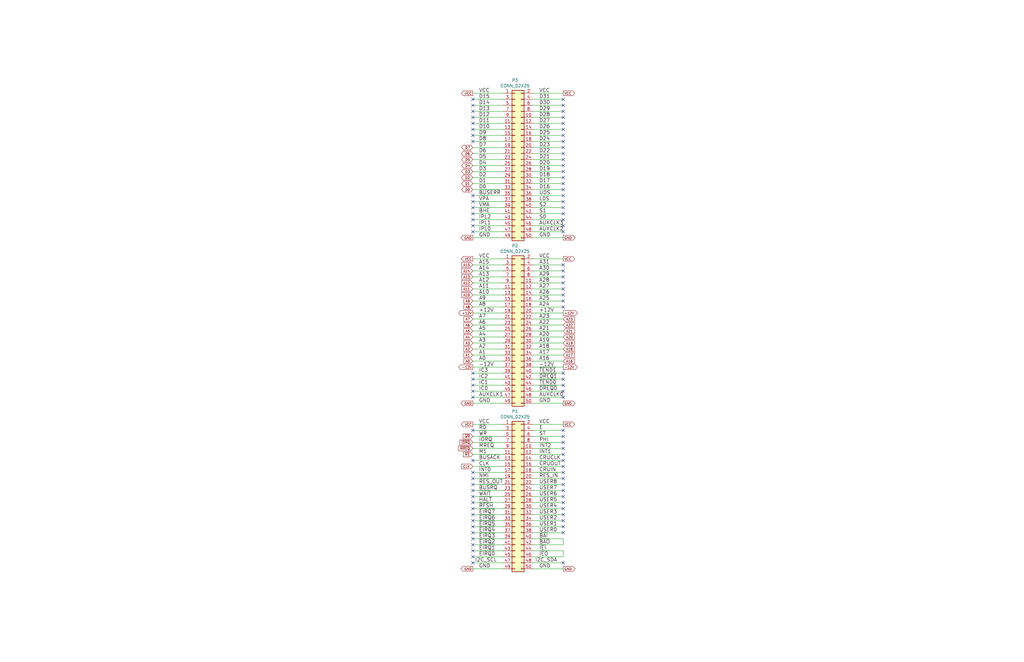
<source format=kicad_sch>
(kicad_sch (version 20230121) (generator eeschema)

  (uuid 546e3626-c12d-466b-9b00-e36905740e19)

  (paper "B")

  (lib_symbols
    (symbol "Connector_Generic:Conn_02x25_Odd_Even" (pin_names (offset 1.016) hide) (in_bom yes) (on_board yes)
      (property "Reference" "J" (at 1.27 33.02 0)
        (effects (font (size 1.27 1.27)))
      )
      (property "Value" "Conn_02x25_Odd_Even" (at 1.27 -33.02 0)
        (effects (font (size 1.27 1.27)))
      )
      (property "Footprint" "" (at 0 0 0)
        (effects (font (size 1.27 1.27)) hide)
      )
      (property "Datasheet" "~" (at 0 0 0)
        (effects (font (size 1.27 1.27)) hide)
      )
      (property "ki_keywords" "connector" (at 0 0 0)
        (effects (font (size 1.27 1.27)) hide)
      )
      (property "ki_description" "Generic connector, double row, 02x25, odd/even pin numbering scheme (row 1 odd numbers, row 2 even numbers), script generated (kicad-library-utils/schlib/autogen/connector/)" (at 0 0 0)
        (effects (font (size 1.27 1.27)) hide)
      )
      (property "ki_fp_filters" "Connector*:*_2x??_*" (at 0 0 0)
        (effects (font (size 1.27 1.27)) hide)
      )
      (symbol "Conn_02x25_Odd_Even_1_1"
        (rectangle (start -1.27 -30.353) (end 0 -30.607)
          (stroke (width 0.1524) (type default))
          (fill (type none))
        )
        (rectangle (start -1.27 -27.813) (end 0 -28.067)
          (stroke (width 0.1524) (type default))
          (fill (type none))
        )
        (rectangle (start -1.27 -25.273) (end 0 -25.527)
          (stroke (width 0.1524) (type default))
          (fill (type none))
        )
        (rectangle (start -1.27 -22.733) (end 0 -22.987)
          (stroke (width 0.1524) (type default))
          (fill (type none))
        )
        (rectangle (start -1.27 -20.193) (end 0 -20.447)
          (stroke (width 0.1524) (type default))
          (fill (type none))
        )
        (rectangle (start -1.27 -17.653) (end 0 -17.907)
          (stroke (width 0.1524) (type default))
          (fill (type none))
        )
        (rectangle (start -1.27 -15.113) (end 0 -15.367)
          (stroke (width 0.1524) (type default))
          (fill (type none))
        )
        (rectangle (start -1.27 -12.573) (end 0 -12.827)
          (stroke (width 0.1524) (type default))
          (fill (type none))
        )
        (rectangle (start -1.27 -10.033) (end 0 -10.287)
          (stroke (width 0.1524) (type default))
          (fill (type none))
        )
        (rectangle (start -1.27 -7.493) (end 0 -7.747)
          (stroke (width 0.1524) (type default))
          (fill (type none))
        )
        (rectangle (start -1.27 -4.953) (end 0 -5.207)
          (stroke (width 0.1524) (type default))
          (fill (type none))
        )
        (rectangle (start -1.27 -2.413) (end 0 -2.667)
          (stroke (width 0.1524) (type default))
          (fill (type none))
        )
        (rectangle (start -1.27 0.127) (end 0 -0.127)
          (stroke (width 0.1524) (type default))
          (fill (type none))
        )
        (rectangle (start -1.27 2.667) (end 0 2.413)
          (stroke (width 0.1524) (type default))
          (fill (type none))
        )
        (rectangle (start -1.27 5.207) (end 0 4.953)
          (stroke (width 0.1524) (type default))
          (fill (type none))
        )
        (rectangle (start -1.27 7.747) (end 0 7.493)
          (stroke (width 0.1524) (type default))
          (fill (type none))
        )
        (rectangle (start -1.27 10.287) (end 0 10.033)
          (stroke (width 0.1524) (type default))
          (fill (type none))
        )
        (rectangle (start -1.27 12.827) (end 0 12.573)
          (stroke (width 0.1524) (type default))
          (fill (type none))
        )
        (rectangle (start -1.27 15.367) (end 0 15.113)
          (stroke (width 0.1524) (type default))
          (fill (type none))
        )
        (rectangle (start -1.27 17.907) (end 0 17.653)
          (stroke (width 0.1524) (type default))
          (fill (type none))
        )
        (rectangle (start -1.27 20.447) (end 0 20.193)
          (stroke (width 0.1524) (type default))
          (fill (type none))
        )
        (rectangle (start -1.27 22.987) (end 0 22.733)
          (stroke (width 0.1524) (type default))
          (fill (type none))
        )
        (rectangle (start -1.27 25.527) (end 0 25.273)
          (stroke (width 0.1524) (type default))
          (fill (type none))
        )
        (rectangle (start -1.27 28.067) (end 0 27.813)
          (stroke (width 0.1524) (type default))
          (fill (type none))
        )
        (rectangle (start -1.27 30.607) (end 0 30.353)
          (stroke (width 0.1524) (type default))
          (fill (type none))
        )
        (rectangle (start -1.27 31.75) (end 3.81 -31.75)
          (stroke (width 0.254) (type default))
          (fill (type background))
        )
        (rectangle (start 3.81 -30.353) (end 2.54 -30.607)
          (stroke (width 0.1524) (type default))
          (fill (type none))
        )
        (rectangle (start 3.81 -27.813) (end 2.54 -28.067)
          (stroke (width 0.1524) (type default))
          (fill (type none))
        )
        (rectangle (start 3.81 -25.273) (end 2.54 -25.527)
          (stroke (width 0.1524) (type default))
          (fill (type none))
        )
        (rectangle (start 3.81 -22.733) (end 2.54 -22.987)
          (stroke (width 0.1524) (type default))
          (fill (type none))
        )
        (rectangle (start 3.81 -20.193) (end 2.54 -20.447)
          (stroke (width 0.1524) (type default))
          (fill (type none))
        )
        (rectangle (start 3.81 -17.653) (end 2.54 -17.907)
          (stroke (width 0.1524) (type default))
          (fill (type none))
        )
        (rectangle (start 3.81 -15.113) (end 2.54 -15.367)
          (stroke (width 0.1524) (type default))
          (fill (type none))
        )
        (rectangle (start 3.81 -12.573) (end 2.54 -12.827)
          (stroke (width 0.1524) (type default))
          (fill (type none))
        )
        (rectangle (start 3.81 -10.033) (end 2.54 -10.287)
          (stroke (width 0.1524) (type default))
          (fill (type none))
        )
        (rectangle (start 3.81 -7.493) (end 2.54 -7.747)
          (stroke (width 0.1524) (type default))
          (fill (type none))
        )
        (rectangle (start 3.81 -4.953) (end 2.54 -5.207)
          (stroke (width 0.1524) (type default))
          (fill (type none))
        )
        (rectangle (start 3.81 -2.413) (end 2.54 -2.667)
          (stroke (width 0.1524) (type default))
          (fill (type none))
        )
        (rectangle (start 3.81 0.127) (end 2.54 -0.127)
          (stroke (width 0.1524) (type default))
          (fill (type none))
        )
        (rectangle (start 3.81 2.667) (end 2.54 2.413)
          (stroke (width 0.1524) (type default))
          (fill (type none))
        )
        (rectangle (start 3.81 5.207) (end 2.54 4.953)
          (stroke (width 0.1524) (type default))
          (fill (type none))
        )
        (rectangle (start 3.81 7.747) (end 2.54 7.493)
          (stroke (width 0.1524) (type default))
          (fill (type none))
        )
        (rectangle (start 3.81 10.287) (end 2.54 10.033)
          (stroke (width 0.1524) (type default))
          (fill (type none))
        )
        (rectangle (start 3.81 12.827) (end 2.54 12.573)
          (stroke (width 0.1524) (type default))
          (fill (type none))
        )
        (rectangle (start 3.81 15.367) (end 2.54 15.113)
          (stroke (width 0.1524) (type default))
          (fill (type none))
        )
        (rectangle (start 3.81 17.907) (end 2.54 17.653)
          (stroke (width 0.1524) (type default))
          (fill (type none))
        )
        (rectangle (start 3.81 20.447) (end 2.54 20.193)
          (stroke (width 0.1524) (type default))
          (fill (type none))
        )
        (rectangle (start 3.81 22.987) (end 2.54 22.733)
          (stroke (width 0.1524) (type default))
          (fill (type none))
        )
        (rectangle (start 3.81 25.527) (end 2.54 25.273)
          (stroke (width 0.1524) (type default))
          (fill (type none))
        )
        (rectangle (start 3.81 28.067) (end 2.54 27.813)
          (stroke (width 0.1524) (type default))
          (fill (type none))
        )
        (rectangle (start 3.81 30.607) (end 2.54 30.353)
          (stroke (width 0.1524) (type default))
          (fill (type none))
        )
        (pin passive line (at -5.08 30.48 0) (length 3.81)
          (name "Pin_1" (effects (font (size 1.27 1.27))))
          (number "1" (effects (font (size 1.27 1.27))))
        )
        (pin passive line (at 7.62 20.32 180) (length 3.81)
          (name "Pin_10" (effects (font (size 1.27 1.27))))
          (number "10" (effects (font (size 1.27 1.27))))
        )
        (pin passive line (at -5.08 17.78 0) (length 3.81)
          (name "Pin_11" (effects (font (size 1.27 1.27))))
          (number "11" (effects (font (size 1.27 1.27))))
        )
        (pin passive line (at 7.62 17.78 180) (length 3.81)
          (name "Pin_12" (effects (font (size 1.27 1.27))))
          (number "12" (effects (font (size 1.27 1.27))))
        )
        (pin passive line (at -5.08 15.24 0) (length 3.81)
          (name "Pin_13" (effects (font (size 1.27 1.27))))
          (number "13" (effects (font (size 1.27 1.27))))
        )
        (pin passive line (at 7.62 15.24 180) (length 3.81)
          (name "Pin_14" (effects (font (size 1.27 1.27))))
          (number "14" (effects (font (size 1.27 1.27))))
        )
        (pin passive line (at -5.08 12.7 0) (length 3.81)
          (name "Pin_15" (effects (font (size 1.27 1.27))))
          (number "15" (effects (font (size 1.27 1.27))))
        )
        (pin passive line (at 7.62 12.7 180) (length 3.81)
          (name "Pin_16" (effects (font (size 1.27 1.27))))
          (number "16" (effects (font (size 1.27 1.27))))
        )
        (pin passive line (at -5.08 10.16 0) (length 3.81)
          (name "Pin_17" (effects (font (size 1.27 1.27))))
          (number "17" (effects (font (size 1.27 1.27))))
        )
        (pin passive line (at 7.62 10.16 180) (length 3.81)
          (name "Pin_18" (effects (font (size 1.27 1.27))))
          (number "18" (effects (font (size 1.27 1.27))))
        )
        (pin passive line (at -5.08 7.62 0) (length 3.81)
          (name "Pin_19" (effects (font (size 1.27 1.27))))
          (number "19" (effects (font (size 1.27 1.27))))
        )
        (pin passive line (at 7.62 30.48 180) (length 3.81)
          (name "Pin_2" (effects (font (size 1.27 1.27))))
          (number "2" (effects (font (size 1.27 1.27))))
        )
        (pin passive line (at 7.62 7.62 180) (length 3.81)
          (name "Pin_20" (effects (font (size 1.27 1.27))))
          (number "20" (effects (font (size 1.27 1.27))))
        )
        (pin passive line (at -5.08 5.08 0) (length 3.81)
          (name "Pin_21" (effects (font (size 1.27 1.27))))
          (number "21" (effects (font (size 1.27 1.27))))
        )
        (pin passive line (at 7.62 5.08 180) (length 3.81)
          (name "Pin_22" (effects (font (size 1.27 1.27))))
          (number "22" (effects (font (size 1.27 1.27))))
        )
        (pin passive line (at -5.08 2.54 0) (length 3.81)
          (name "Pin_23" (effects (font (size 1.27 1.27))))
          (number "23" (effects (font (size 1.27 1.27))))
        )
        (pin passive line (at 7.62 2.54 180) (length 3.81)
          (name "Pin_24" (effects (font (size 1.27 1.27))))
          (number "24" (effects (font (size 1.27 1.27))))
        )
        (pin passive line (at -5.08 0 0) (length 3.81)
          (name "Pin_25" (effects (font (size 1.27 1.27))))
          (number "25" (effects (font (size 1.27 1.27))))
        )
        (pin passive line (at 7.62 0 180) (length 3.81)
          (name "Pin_26" (effects (font (size 1.27 1.27))))
          (number "26" (effects (font (size 1.27 1.27))))
        )
        (pin passive line (at -5.08 -2.54 0) (length 3.81)
          (name "Pin_27" (effects (font (size 1.27 1.27))))
          (number "27" (effects (font (size 1.27 1.27))))
        )
        (pin passive line (at 7.62 -2.54 180) (length 3.81)
          (name "Pin_28" (effects (font (size 1.27 1.27))))
          (number "28" (effects (font (size 1.27 1.27))))
        )
        (pin passive line (at -5.08 -5.08 0) (length 3.81)
          (name "Pin_29" (effects (font (size 1.27 1.27))))
          (number "29" (effects (font (size 1.27 1.27))))
        )
        (pin passive line (at -5.08 27.94 0) (length 3.81)
          (name "Pin_3" (effects (font (size 1.27 1.27))))
          (number "3" (effects (font (size 1.27 1.27))))
        )
        (pin passive line (at 7.62 -5.08 180) (length 3.81)
          (name "Pin_30" (effects (font (size 1.27 1.27))))
          (number "30" (effects (font (size 1.27 1.27))))
        )
        (pin passive line (at -5.08 -7.62 0) (length 3.81)
          (name "Pin_31" (effects (font (size 1.27 1.27))))
          (number "31" (effects (font (size 1.27 1.27))))
        )
        (pin passive line (at 7.62 -7.62 180) (length 3.81)
          (name "Pin_32" (effects (font (size 1.27 1.27))))
          (number "32" (effects (font (size 1.27 1.27))))
        )
        (pin passive line (at -5.08 -10.16 0) (length 3.81)
          (name "Pin_33" (effects (font (size 1.27 1.27))))
          (number "33" (effects (font (size 1.27 1.27))))
        )
        (pin passive line (at 7.62 -10.16 180) (length 3.81)
          (name "Pin_34" (effects (font (size 1.27 1.27))))
          (number "34" (effects (font (size 1.27 1.27))))
        )
        (pin passive line (at -5.08 -12.7 0) (length 3.81)
          (name "Pin_35" (effects (font (size 1.27 1.27))))
          (number "35" (effects (font (size 1.27 1.27))))
        )
        (pin passive line (at 7.62 -12.7 180) (length 3.81)
          (name "Pin_36" (effects (font (size 1.27 1.27))))
          (number "36" (effects (font (size 1.27 1.27))))
        )
        (pin passive line (at -5.08 -15.24 0) (length 3.81)
          (name "Pin_37" (effects (font (size 1.27 1.27))))
          (number "37" (effects (font (size 1.27 1.27))))
        )
        (pin passive line (at 7.62 -15.24 180) (length 3.81)
          (name "Pin_38" (effects (font (size 1.27 1.27))))
          (number "38" (effects (font (size 1.27 1.27))))
        )
        (pin passive line (at -5.08 -17.78 0) (length 3.81)
          (name "Pin_39" (effects (font (size 1.27 1.27))))
          (number "39" (effects (font (size 1.27 1.27))))
        )
        (pin passive line (at 7.62 27.94 180) (length 3.81)
          (name "Pin_4" (effects (font (size 1.27 1.27))))
          (number "4" (effects (font (size 1.27 1.27))))
        )
        (pin passive line (at 7.62 -17.78 180) (length 3.81)
          (name "Pin_40" (effects (font (size 1.27 1.27))))
          (number "40" (effects (font (size 1.27 1.27))))
        )
        (pin passive line (at -5.08 -20.32 0) (length 3.81)
          (name "Pin_41" (effects (font (size 1.27 1.27))))
          (number "41" (effects (font (size 1.27 1.27))))
        )
        (pin passive line (at 7.62 -20.32 180) (length 3.81)
          (name "Pin_42" (effects (font (size 1.27 1.27))))
          (number "42" (effects (font (size 1.27 1.27))))
        )
        (pin passive line (at -5.08 -22.86 0) (length 3.81)
          (name "Pin_43" (effects (font (size 1.27 1.27))))
          (number "43" (effects (font (size 1.27 1.27))))
        )
        (pin passive line (at 7.62 -22.86 180) (length 3.81)
          (name "Pin_44" (effects (font (size 1.27 1.27))))
          (number "44" (effects (font (size 1.27 1.27))))
        )
        (pin passive line (at -5.08 -25.4 0) (length 3.81)
          (name "Pin_45" (effects (font (size 1.27 1.27))))
          (number "45" (effects (font (size 1.27 1.27))))
        )
        (pin passive line (at 7.62 -25.4 180) (length 3.81)
          (name "Pin_46" (effects (font (size 1.27 1.27))))
          (number "46" (effects (font (size 1.27 1.27))))
        )
        (pin passive line (at -5.08 -27.94 0) (length 3.81)
          (name "Pin_47" (effects (font (size 1.27 1.27))))
          (number "47" (effects (font (size 1.27 1.27))))
        )
        (pin passive line (at 7.62 -27.94 180) (length 3.81)
          (name "Pin_48" (effects (font (size 1.27 1.27))))
          (number "48" (effects (font (size 1.27 1.27))))
        )
        (pin passive line (at -5.08 -30.48 0) (length 3.81)
          (name "Pin_49" (effects (font (size 1.27 1.27))))
          (number "49" (effects (font (size 1.27 1.27))))
        )
        (pin passive line (at -5.08 25.4 0) (length 3.81)
          (name "Pin_5" (effects (font (size 1.27 1.27))))
          (number "5" (effects (font (size 1.27 1.27))))
        )
        (pin passive line (at 7.62 -30.48 180) (length 3.81)
          (name "Pin_50" (effects (font (size 1.27 1.27))))
          (number "50" (effects (font (size 1.27 1.27))))
        )
        (pin passive line (at 7.62 25.4 180) (length 3.81)
          (name "Pin_6" (effects (font (size 1.27 1.27))))
          (number "6" (effects (font (size 1.27 1.27))))
        )
        (pin passive line (at -5.08 22.86 0) (length 3.81)
          (name "Pin_7" (effects (font (size 1.27 1.27))))
          (number "7" (effects (font (size 1.27 1.27))))
        )
        (pin passive line (at 7.62 22.86 180) (length 3.81)
          (name "Pin_8" (effects (font (size 1.27 1.27))))
          (number "8" (effects (font (size 1.27 1.27))))
        )
        (pin passive line (at -5.08 20.32 0) (length 3.81)
          (name "Pin_9" (effects (font (size 1.27 1.27))))
          (number "9" (effects (font (size 1.27 1.27))))
        )
      )
    )
  )



  (no_connect (at 199.39 90.17) (uuid 0129df4a-1b23-45c7-ba77-e3f3debdaf3b))
  (no_connect (at 237.49 196.85) (uuid 0436819e-af94-4ac8-97b0-75ba189043fd))
  (no_connect (at 237.49 162.56) (uuid 0449b18f-c1a6-4dbb-90d9-f1fe65b768da))
  (no_connect (at 237.49 46.99) (uuid 062d7446-8ba1-44b4-8edf-c2a556ab1908))
  (no_connect (at 199.39 167.64) (uuid 09349aba-91b5-4ed3-a962-f7f4267c18c9))
  (no_connect (at 237.49 59.69) (uuid 09e9aeed-dbd4-4074-9523-0d29cd9fdee1))
  (no_connect (at 199.39 85.09) (uuid 0a03cc67-33e7-451e-adaa-802536386140))
  (no_connect (at 237.49 77.47) (uuid 0c3038be-51a2-48e3-b916-98da23191ada))
  (no_connect (at 199.39 54.61) (uuid 0e13ad5a-1b69-4513-9b69-ebae148833fe))
  (no_connect (at 237.49 111.76) (uuid 0f46cdfe-8df9-49ac-b335-019203f48c2c))
  (no_connect (at 199.39 212.09) (uuid 18e76c40-d3bb-4a4b-bdbe-56af3cc3283d))
  (no_connect (at 199.39 209.55) (uuid 1cb94509-eaff-4e5e-a50b-fec08227bde3))
  (no_connect (at 237.49 237.49) (uuid 1db86482-f402-4457-8a37-a14b421c7af5))
  (no_connect (at 237.49 191.77) (uuid 214e4f01-ca62-4e27-8c8c-b3dfbe8879ae))
  (no_connect (at 237.49 69.85) (uuid 228244d5-0950-48ed-abdc-e31c44f7956b))
  (no_connect (at 199.39 199.39) (uuid 248067ab-45ac-418f-8e73-fad0e1e171ba))
  (no_connect (at 199.39 224.79) (uuid 249c0501-7d46-4842-9801-425c7d3dcfff))
  (no_connect (at 237.49 67.31) (uuid 2532d270-9aa3-40ac-9ee8-9efec098b00a))
  (no_connect (at 199.39 181.61) (uuid 2655e443-5cfc-49eb-bbef-c622dafd597a))
  (no_connect (at 237.49 212.09) (uuid 2a1e82c7-5692-4e4d-9cf7-0b476a5d1491))
  (no_connect (at 237.49 64.77) (uuid 3011d65b-3717-40ba-b8d4-7591b3ae5e2b))
  (no_connect (at 199.39 97.79) (uuid 336e9cb2-8c55-46e4-a3d7-a133c9fd4a46))
  (no_connect (at 237.49 119.38) (uuid 3370271b-d7de-4b97-a428-012e78a6afb3))
  (no_connect (at 237.49 186.69) (uuid 356f4552-9787-44c2-b733-bc7a3179fd76))
  (no_connect (at 237.49 127) (uuid 38d373da-9647-4723-971a-d4fdfe102cf5))
  (no_connect (at 237.49 157.48) (uuid 3cd39d1d-cc1c-406b-bec6-eaa0663eee2b))
  (no_connect (at 237.49 160.02) (uuid 48c7e874-6c87-4c70-a640-a4c4b73aba42))
  (no_connect (at 199.39 207.01) (uuid 4c04b37c-482e-45b4-af7e-ca1c038dc867))
  (no_connect (at 199.39 52.07) (uuid 4e83449f-403e-488c-bad3-b5b25eb14ae4))
  (no_connect (at 237.49 181.61) (uuid 5c7bf1bc-a364-4788-9550-36b1b92a7c5e))
  (no_connect (at 199.39 234.95) (uuid 5dda36ce-f86d-4dc8-b227-e31582a5d92e))
  (no_connect (at 199.39 227.33) (uuid 5f467299-3684-474c-be4a-19981a602a1d))
  (no_connect (at 199.39 49.53) (uuid 62a0f1b8-6b5d-4a9a-ac76-83200791369a))
  (no_connect (at 237.49 184.15) (uuid 63208b7e-e784-49df-922c-345992c1881b))
  (no_connect (at 199.39 59.69) (uuid 660da6bc-f2fd-4696-93ce-23795a376fdb))
  (no_connect (at 199.39 41.91) (uuid 68ba62fa-f5b4-4d89-afb5-4d7ffcb202dd))
  (no_connect (at 199.39 160.02) (uuid 6c60e37d-4e6f-4dff-8e90-323cd0e058a0))
  (no_connect (at 199.39 219.71) (uuid 6df0ad20-e474-4fe2-a05f-55d6b5042a8c))
  (no_connect (at 237.49 116.84) (uuid 6ee8619e-74b6-4131-961c-2517b51b5653))
  (no_connect (at 237.49 54.61) (uuid 6f7a8c3a-eb94-4bc8-94cc-e64bbd87a89e))
  (no_connect (at 237.49 201.93) (uuid 71c0498b-6963-4b21-8452-35c0115281e1))
  (no_connect (at 199.39 157.48) (uuid 725354f6-e7c9-4b2b-8c2d-80b3d92a991b))
  (no_connect (at 199.39 165.1) (uuid 78506703-3330-40bf-875f-fcb6b1638a39))
  (no_connect (at 199.39 204.47) (uuid 816069db-aaba-4c8b-aca3-ee11f711494d))
  (no_connect (at 237.49 52.07) (uuid 82d00259-6fe1-4a36-9900-e0a5977e3da1))
  (no_connect (at 199.39 201.93) (uuid 83c1cba9-f0f6-48f4-92a4-3d8ac4b7d257))
  (no_connect (at 237.49 214.63) (uuid 882a62dc-4874-41a4-9e74-620717eabd22))
  (no_connect (at 237.49 114.3) (uuid 8b0bf1b0-e88b-4d6e-946b-1b19eefe98a5))
  (no_connect (at 237.49 74.93) (uuid 94a9ff0e-04fc-47e3-b62f-e42af8dcf898))
  (no_connect (at 199.39 57.15) (uuid 970855ec-8326-4621-abdf-5c503eed0f91))
  (no_connect (at 237.49 165.1) (uuid 981fbdad-a2d9-49c5-924e-11b61f5500d9))
  (no_connect (at 237.49 217.17) (uuid 99f76538-a49c-4def-85ed-8a3480de9f19))
  (no_connect (at 199.39 46.99) (uuid a59b2363-583b-49a0-9689-09930561369d))
  (no_connect (at 199.39 217.17) (uuid a802fd18-81c7-4e53-a0ef-005cf0fab2ca))
  (no_connect (at 199.39 232.41) (uuid a9e5cd04-2723-439a-9063-5e4a244ad302))
  (no_connect (at 237.49 57.15) (uuid ab60d987-9ad1-462d-b4d4-038c7aa2889f))
  (no_connect (at 237.49 189.23) (uuid ab94fb67-fe48-4574-bcac-a5798c835e19))
  (no_connect (at 237.49 62.23) (uuid ac711499-67fb-4446-aac8-d5f4f57b607c))
  (no_connect (at 237.49 72.39) (uuid b0587567-35c1-4817-abf5-cf6c64111de2))
  (no_connect (at 237.49 224.79) (uuid b555378c-5044-40b8-b235-3dd20878d770))
  (no_connect (at 199.39 214.63) (uuid b7939eaa-5b4b-4013-ae8c-561aab9798ad))
  (no_connect (at 237.49 97.79) (uuid b8eb8786-b3c8-41a7-9a57-d6fd3e0651fa))
  (no_connect (at 237.49 90.17) (uuid bcdde74d-9783-4d79-9e43-d277e4536059))
  (no_connect (at 237.49 219.71) (uuid c067dedf-daf6-4f1d-91a8-f8c2d0bf65c8))
  (no_connect (at 237.49 49.53) (uuid c1284868-1097-4c6e-bfbb-eed5e31ba435))
  (no_connect (at 237.49 194.31) (uuid c1853d14-35c8-47b6-978d-9e22585f5210))
  (no_connect (at 199.39 92.71) (uuid c7abffed-6c0a-4192-8805-b4b321056f3a))
  (no_connect (at 199.39 87.63) (uuid ccf36de8-4c88-494b-937e-69f86bcc7fbf))
  (no_connect (at 237.49 92.71) (uuid cf617d14-b615-4ba2-bd30-b5028e88f63f))
  (no_connect (at 237.49 209.55) (uuid d0407708-0fe2-4265-93ae-9005247c126a))
  (no_connect (at 199.39 44.45) (uuid d18c69c2-a3b9-4f9a-b3f7-a15ec13b02a2))
  (no_connect (at 237.49 204.47) (uuid d377ea64-61ed-40c1-9105-a3cd06de47e4))
  (no_connect (at 237.49 85.09) (uuid d3aa13a1-a96f-44ba-bb54-d0d9388ab856))
  (no_connect (at 237.49 95.25) (uuid d3f0ac54-37ee-4093-a732-6c4ea24e42f9))
  (no_connect (at 237.49 80.01) (uuid d41d749d-c65d-4d21-b241-7649b75f08bb))
  (no_connect (at 237.49 207.01) (uuid d484b641-1ae6-479d-a22c-d731c99401b9))
  (no_connect (at 237.49 82.55) (uuid d7e3fab0-7ac1-4856-ae45-9ef8d9b4a850))
  (no_connect (at 199.39 229.87) (uuid d7fb547e-4abd-4c32-9311-a83f59cc8ac6))
  (no_connect (at 237.49 222.25) (uuid dbc52d72-3689-4d21-80d4-57eb61de9a5b))
  (no_connect (at 237.49 199.39) (uuid df798de2-798e-43fc-bf2c-93ddbd230b46))
  (no_connect (at 237.49 87.63) (uuid e0c51cdf-21a9-4558-9613-7933ee909b69))
  (no_connect (at 199.39 194.31) (uuid e2a9b704-2ad4-4e83-9153-5c548b7f6492))
  (no_connect (at 237.49 129.54) (uuid e314bd82-4856-4a3b-8ac1-58c52fe0f9bb))
  (no_connect (at 199.39 82.55) (uuid e6204090-f019-49b1-bed5-00b5dadbef63))
  (no_connect (at 199.39 222.25) (uuid e74a2546-7ae5-45b0-b9ea-db1ccee83673))
  (no_connect (at 199.39 95.25) (uuid e8775518-add7-4375-bc8d-513fb28fb09a))
  (no_connect (at 237.49 41.91) (uuid e8e2350c-10be-455e-b3be-7e813fa3facd))
  (no_connect (at 237.49 121.92) (uuid e93dbc36-c286-4f85-b133-98c735a9e7af))
  (no_connect (at 237.49 44.45) (uuid ee66b4f8-1602-4842-b11c-23dfeb09f8bc))
  (no_connect (at 199.39 237.49) (uuid f1f5289b-c57c-48d3-9ea7-c342fe9ffd9d))
  (no_connect (at 199.39 162.56) (uuid f3cf84e7-48ef-4dcf-94c6-2d5692f2f9aa))
  (no_connect (at 237.49 167.64) (uuid f5b78790-b7b7-4340-ad4c-b9facb99b7b6))
  (no_connect (at 237.49 124.46) (uuid f76e9caa-99f3-47a2-8320-6713e0b6a1a4))

  (wire (pts (xy 224.79 224.79) (xy 237.49 224.79))
    (stroke (width 0) (type default))
    (uuid 01ed3a67-3a8d-44f9-8ac2-1398f5064552)
  )
  (wire (pts (xy 199.39 224.79) (xy 212.09 224.79))
    (stroke (width 0) (type default))
    (uuid 08c35408-6c31-46ee-8b72-34c314986561)
  )
  (wire (pts (xy 224.79 77.47) (xy 237.49 77.47))
    (stroke (width 0) (type default))
    (uuid 08eb7533-2681-4e75-a88f-66b150ab9423)
  )
  (wire (pts (xy 199.39 54.61) (xy 212.09 54.61))
    (stroke (width 0) (type default))
    (uuid 0c27a1bf-c56b-4439-a905-f70dfdf91b09)
  )
  (wire (pts (xy 199.39 209.55) (xy 212.09 209.55))
    (stroke (width 0) (type default))
    (uuid 0c7c392b-5a15-4712-8c76-f75b844b0193)
  )
  (wire (pts (xy 224.79 207.01) (xy 237.49 207.01))
    (stroke (width 0) (type default))
    (uuid 109162e7-85b6-4c67-9900-347486b98b27)
  )
  (wire (pts (xy 199.39 137.16) (xy 212.09 137.16))
    (stroke (width 0) (type default))
    (uuid 118b16cf-f988-4cdf-93eb-52aefd08fdd9)
  )
  (wire (pts (xy 199.39 49.53) (xy 212.09 49.53))
    (stroke (width 0) (type default))
    (uuid 121f17fb-f990-4e8f-9658-76e1d8d2936b)
  )
  (wire (pts (xy 224.79 97.79) (xy 237.49 97.79))
    (stroke (width 0) (type default))
    (uuid 1233874d-e742-4876-8af8-45e42b9196fc)
  )
  (wire (pts (xy 237.49 194.31) (xy 224.79 194.31))
    (stroke (width 0) (type default))
    (uuid 12e7a2b7-1df9-4045-a871-6a10948818d3)
  )
  (wire (pts (xy 224.79 201.93) (xy 237.49 201.93))
    (stroke (width 0) (type default))
    (uuid 1445e52e-1acd-4d39-8f6c-5681aae79f28)
  )
  (wire (pts (xy 224.79 209.55) (xy 237.49 209.55))
    (stroke (width 0) (type default))
    (uuid 16bd328b-c0a8-4550-bc64-c1369507a4da)
  )
  (wire (pts (xy 224.79 57.15) (xy 237.49 57.15))
    (stroke (width 0) (type default))
    (uuid 16f41043-dc16-47cb-b2cb-14351baaa78f)
  )
  (wire (pts (xy 199.39 240.03) (xy 212.09 240.03))
    (stroke (width 0) (type default))
    (uuid 1a8c9b4f-d0c2-465d-9b16-7db4a1af91bb)
  )
  (wire (pts (xy 224.79 100.33) (xy 237.49 100.33))
    (stroke (width 0) (type default))
    (uuid 1f4ce0ad-d24e-4d52-9174-13cf6a91c63d)
  )
  (wire (pts (xy 199.39 67.31) (xy 212.09 67.31))
    (stroke (width 0) (type default))
    (uuid 208b7ed2-5155-4e52-9af9-8b315814fed3)
  )
  (wire (pts (xy 224.79 85.09) (xy 237.49 85.09))
    (stroke (width 0) (type default))
    (uuid 24e51e36-37cd-4263-bdd0-6bce5d2c4ca3)
  )
  (wire (pts (xy 224.79 142.24) (xy 237.49 142.24))
    (stroke (width 0) (type default))
    (uuid 27442894-bf1c-40b9-a34f-1a274c03ce96)
  )
  (wire (pts (xy 199.39 152.4) (xy 212.09 152.4))
    (stroke (width 0) (type default))
    (uuid 29b8b9b1-f9bb-4cdd-9c50-5b1565911dc2)
  )
  (wire (pts (xy 212.09 160.02) (xy 199.39 160.02))
    (stroke (width 0) (type default))
    (uuid 3066c9d1-c286-4e6b-8571-36fdf63022c6)
  )
  (wire (pts (xy 224.79 137.16) (xy 237.49 137.16))
    (stroke (width 0) (type default))
    (uuid 30c50617-4f92-4eb0-be6b-cf8ae7933839)
  )
  (wire (pts (xy 212.09 85.09) (xy 199.39 85.09))
    (stroke (width 0) (type default))
    (uuid 35985faf-931a-4eb1-8f58-be7c8f42fc5b)
  )
  (wire (pts (xy 199.39 204.47) (xy 212.09 204.47))
    (stroke (width 0) (type default))
    (uuid 3628ac52-6bdb-4f63-907e-35e3b5941f1e)
  )
  (wire (pts (xy 224.79 80.01) (xy 237.49 80.01))
    (stroke (width 0) (type default))
    (uuid 38670dde-f309-4e05-8832-a914e7d1e9c8)
  )
  (wire (pts (xy 224.79 212.09) (xy 237.49 212.09))
    (stroke (width 0) (type default))
    (uuid 3980ad50-5883-4a18-acb1-58696a2411ea)
  )
  (wire (pts (xy 199.39 74.93) (xy 212.09 74.93))
    (stroke (width 0) (type default))
    (uuid 3a773269-ad09-45a1-b5b7-0bfe083ec542)
  )
  (wire (pts (xy 224.79 170.18) (xy 237.49 170.18))
    (stroke (width 0) (type default))
    (uuid 3a9940a7-df03-4c65-b635-17281712cf19)
  )
  (wire (pts (xy 199.39 149.86) (xy 212.09 149.86))
    (stroke (width 0) (type default))
    (uuid 3d637773-08c6-414a-98bb-9e99489deabb)
  )
  (wire (pts (xy 199.39 116.84) (xy 212.09 116.84))
    (stroke (width 0) (type default))
    (uuid 3de18b46-b5ef-47a5-9e87-c4914992f7ba)
  )
  (wire (pts (xy 199.39 227.33) (xy 212.09 227.33))
    (stroke (width 0) (type default))
    (uuid 3eab0938-36c8-4c72-a4aa-172a55c0d0f7)
  )
  (wire (pts (xy 237.49 184.15) (xy 224.79 184.15))
    (stroke (width 0) (type default))
    (uuid 40e7f22c-3b60-4e53-b9a8-2d5ebd31b0d4)
  )
  (wire (pts (xy 199.39 134.62) (xy 212.09 134.62))
    (stroke (width 0) (type default))
    (uuid 43562380-c5e5-4b2d-bbb2-cd7991e92eae)
  )
  (wire (pts (xy 224.79 144.78) (xy 237.49 144.78))
    (stroke (width 0) (type default))
    (uuid 43db0287-4e16-45fb-9588-d9f815cdd0d2)
  )
  (wire (pts (xy 224.79 124.46) (xy 237.49 124.46))
    (stroke (width 0) (type default))
    (uuid 4583a736-0e22-4ee9-a095-346a5f732349)
  )
  (wire (pts (xy 199.39 52.07) (xy 212.09 52.07))
    (stroke (width 0) (type default))
    (uuid 45ec2a78-1322-4e09-934f-3e9951b20520)
  )
  (wire (pts (xy 199.39 199.39) (xy 212.09 199.39))
    (stroke (width 0) (type default))
    (uuid 48416008-45f2-4083-948c-2c7de371d9b4)
  )
  (wire (pts (xy 224.79 67.31) (xy 237.49 67.31))
    (stroke (width 0) (type default))
    (uuid 48b531b9-4fd5-40a9-be67-553f91e66e60)
  )
  (wire (pts (xy 237.49 95.25) (xy 224.79 95.25))
    (stroke (width 0) (type default))
    (uuid 4a0aac3e-a83e-476f-a64e-011df9a4a7ce)
  )
  (wire (pts (xy 224.79 114.3) (xy 237.49 114.3))
    (stroke (width 0) (type default))
    (uuid 4a1c0e88-830f-4819-815a-cdad28be272b)
  )
  (wire (pts (xy 199.39 41.91) (xy 212.09 41.91))
    (stroke (width 0) (type default))
    (uuid 4f362c73-f725-4b26-869e-199a97339bab)
  )
  (wire (pts (xy 199.39 111.76) (xy 212.09 111.76))
    (stroke (width 0) (type default))
    (uuid 4fd5095d-4378-44c7-8c5f-3bd793adccd9)
  )
  (wire (pts (xy 199.39 44.45) (xy 212.09 44.45))
    (stroke (width 0) (type default))
    (uuid 4fe94204-f145-42b5-b84b-e6801188da45)
  )
  (wire (pts (xy 224.79 44.45) (xy 237.49 44.45))
    (stroke (width 0) (type default))
    (uuid 52f6cccf-e0fb-44ab-b62d-3e5d3ab0d5d0)
  )
  (wire (pts (xy 199.39 59.69) (xy 212.09 59.69))
    (stroke (width 0) (type default))
    (uuid 541e1c03-120f-45b0-b237-fb5f59644c0e)
  )
  (wire (pts (xy 224.79 129.54) (xy 237.49 129.54))
    (stroke (width 0) (type default))
    (uuid 559bb013-a20c-459d-a491-1e491c7be769)
  )
  (wire (pts (xy 224.79 147.32) (xy 237.49 147.32))
    (stroke (width 0) (type default))
    (uuid 5626d6d4-205d-48d9-bb20-ca5c7b0eb1aa)
  )
  (wire (pts (xy 199.39 77.47) (xy 212.09 77.47))
    (stroke (width 0) (type default))
    (uuid 56464b13-4727-4909-98ea-b9e987c397ae)
  )
  (wire (pts (xy 199.39 191.77) (xy 212.09 191.77))
    (stroke (width 0) (type default))
    (uuid 5bbbeba2-eb9d-4dd0-96ff-d22510d9aba1)
  )
  (wire (pts (xy 199.39 64.77) (xy 212.09 64.77))
    (stroke (width 0) (type default))
    (uuid 5dec3762-35c4-4abc-8dc8-a348a4703688)
  )
  (wire (pts (xy 199.39 62.23) (xy 212.09 62.23))
    (stroke (width 0) (type default))
    (uuid 617ca95f-a447-4194-b71f-95544f993169)
  )
  (wire (pts (xy 199.39 222.25) (xy 212.09 222.25))
    (stroke (width 0) (type default))
    (uuid 626f081d-64b0-47a7-8784-503e927f81bd)
  )
  (wire (pts (xy 224.79 204.47) (xy 237.49 204.47))
    (stroke (width 0) (type default))
    (uuid 634f7907-1d80-458a-91b0-5020b4595ff9)
  )
  (wire (pts (xy 224.79 59.69) (xy 237.49 59.69))
    (stroke (width 0) (type default))
    (uuid 64114f9c-fe17-4fb0-8bcd-c573e15c6c8a)
  )
  (wire (pts (xy 224.79 87.63) (xy 237.49 87.63))
    (stroke (width 0) (type default))
    (uuid 65f1d5c2-a9bd-4cd8-8dba-11c420141b68)
  )
  (wire (pts (xy 224.79 62.23) (xy 237.49 62.23))
    (stroke (width 0) (type default))
    (uuid 66f3b070-e120-411e-9ace-6e648b1fba4a)
  )
  (wire (pts (xy 224.79 219.71) (xy 237.49 219.71))
    (stroke (width 0) (type default))
    (uuid 6808b343-0f6d-4f1f-aaee-857c05326666)
  )
  (wire (pts (xy 237.49 232.41) (xy 237.49 234.95))
    (stroke (width 0) (type default))
    (uuid 68d6ff88-3f2b-48c1-8855-9a04a7c995a4)
  )
  (wire (pts (xy 224.79 82.55) (xy 237.49 82.55))
    (stroke (width 0) (type default))
    (uuid 68fdf027-5a5f-4d1a-bfa1-460d73c01ef9)
  )
  (wire (pts (xy 212.09 90.17) (xy 199.39 90.17))
    (stroke (width 0) (type default))
    (uuid 69eddb82-08c5-4de1-9ffd-604eb6a29107)
  )
  (wire (pts (xy 199.39 121.92) (xy 212.09 121.92))
    (stroke (width 0) (type default))
    (uuid 6a34c643-18d1-45c7-a0c8-01c7bade62c7)
  )
  (wire (pts (xy 224.79 69.85) (xy 237.49 69.85))
    (stroke (width 0) (type default))
    (uuid 6b795664-b1cc-4364-9276-8fc8ef9f7057)
  )
  (wire (pts (xy 199.39 46.99) (xy 212.09 46.99))
    (stroke (width 0) (type default))
    (uuid 6c32ed8f-5110-46cb-9162-63625ee472ef)
  )
  (wire (pts (xy 224.79 196.85) (xy 237.49 196.85))
    (stroke (width 0) (type default))
    (uuid 6c912778-201e-4294-99ac-2d4de7415ce8)
  )
  (wire (pts (xy 224.79 179.07) (xy 237.49 179.07))
    (stroke (width 0) (type default))
    (uuid 6dffbbf0-b02f-4169-a983-4c0fcdcf8d88)
  )
  (wire (pts (xy 224.79 157.48) (xy 237.49 157.48))
    (stroke (width 0) (type default))
    (uuid 6e26674b-7d38-439b-92b2-a63fa2f65c0f)
  )
  (wire (pts (xy 199.39 194.31) (xy 212.09 194.31))
    (stroke (width 0) (type default))
    (uuid 6e576c90-6243-4c66-8504-cfb336219d66)
  )
  (wire (pts (xy 224.79 222.25) (xy 237.49 222.25))
    (stroke (width 0) (type default))
    (uuid 6f605956-aa2a-49ae-ac1a-b31f21e3f47d)
  )
  (wire (pts (xy 199.39 201.93) (xy 212.09 201.93))
    (stroke (width 0) (type default))
    (uuid 72f52c5e-596d-49e1-8c83-612d6a59c005)
  )
  (wire (pts (xy 199.39 179.07) (xy 212.09 179.07))
    (stroke (width 0) (type default))
    (uuid 76ad6870-13f6-4c72-889e-a772872df620)
  )
  (wire (pts (xy 237.49 234.95) (xy 224.79 234.95))
    (stroke (width 0) (type default))
    (uuid 79414a73-f3ee-4c4c-801c-ff2ecb067aab)
  )
  (wire (pts (xy 224.79 154.94) (xy 237.49 154.94))
    (stroke (width 0) (type default))
    (uuid 7af899fa-3946-41c3-a9ac-f2961d64725a)
  )
  (wire (pts (xy 224.79 134.62) (xy 237.49 134.62))
    (stroke (width 0) (type default))
    (uuid 7d1ab780-0d19-46ba-8b3e-da247bf297be)
  )
  (wire (pts (xy 224.79 92.71) (xy 237.49 92.71))
    (stroke (width 0) (type default))
    (uuid 80c76f6e-d994-4c7f-9e67-1741ff510e20)
  )
  (wire (pts (xy 199.39 212.09) (xy 212.09 212.09))
    (stroke (width 0) (type default))
    (uuid 83165778-5904-4f64-b93f-9bfa92e83a76)
  )
  (wire (pts (xy 199.39 119.38) (xy 212.09 119.38))
    (stroke (width 0) (type default))
    (uuid 83720d9a-c1a2-4062-bd13-ba21d96ca784)
  )
  (wire (pts (xy 199.39 144.78) (xy 212.09 144.78))
    (stroke (width 0) (type default))
    (uuid 8411414d-1e21-4429-81bb-09f7acb5abe7)
  )
  (wire (pts (xy 237.49 191.77) (xy 224.79 191.77))
    (stroke (width 0) (type default))
    (uuid 8595005a-a0af-477a-a1de-54639ccc17a1)
  )
  (wire (pts (xy 224.79 109.22) (xy 237.49 109.22))
    (stroke (width 0) (type default))
    (uuid 8721f8cf-af2e-47e7-a6a0-515226764cf0)
  )
  (wire (pts (xy 224.79 121.92) (xy 237.49 121.92))
    (stroke (width 0) (type default))
    (uuid 87db8489-5a6c-463e-a4e1-34d526be06b5)
  )
  (wire (pts (xy 199.39 186.69) (xy 212.09 186.69))
    (stroke (width 0) (type default))
    (uuid 889da2e5-d9b4-4299-846c-5be6cf9be2d5)
  )
  (wire (pts (xy 237.49 181.61) (xy 224.79 181.61))
    (stroke (width 0) (type default))
    (uuid 88ddf9f0-1da1-48c4-99c1-78901f63f942)
  )
  (wire (pts (xy 199.39 170.18) (xy 212.09 170.18))
    (stroke (width 0) (type default))
    (uuid 8a2ba6d7-e2ee-4c7f-8a8e-f634ee192dd3)
  )
  (wire (pts (xy 199.39 219.71) (xy 212.09 219.71))
    (stroke (width 0) (type default))
    (uuid 8a7548ee-9a08-4390-b043-a67c3ce49fc3)
  )
  (wire (pts (xy 224.79 46.99) (xy 237.49 46.99))
    (stroke (width 0) (type default))
    (uuid 8a84edf8-e35d-4d83-8a8c-a5e218893db8)
  )
  (wire (pts (xy 199.39 196.85) (xy 212.09 196.85))
    (stroke (width 0) (type default))
    (uuid 8b77ce85-b016-4eab-a3d7-0c1c6cb01491)
  )
  (wire (pts (xy 224.79 149.86) (xy 237.49 149.86))
    (stroke (width 0) (type default))
    (uuid 8ce19008-8f8f-409d-a993-9ce57e855455)
  )
  (wire (pts (xy 199.39 234.95) (xy 212.09 234.95))
    (stroke (width 0) (type default))
    (uuid 8e2db682-ba75-4e6b-85c0-e9f7c1441fb3)
  )
  (wire (pts (xy 199.39 181.61) (xy 212.09 181.61))
    (stroke (width 0) (type default))
    (uuid 8f2c9b03-381e-4305-82ca-1a3f909866f8)
  )
  (wire (pts (xy 237.49 189.23) (xy 224.79 189.23))
    (stroke (width 0) (type default))
    (uuid 8feb2e5f-d51a-4f36-8487-824b6b841071)
  )
  (wire (pts (xy 224.79 165.1) (xy 237.49 165.1))
    (stroke (width 0) (type default))
    (uuid 934f00c2-cb9b-403f-8bc5-fd94fbc11509)
  )
  (wire (pts (xy 199.39 129.54) (xy 212.09 129.54))
    (stroke (width 0) (type default))
    (uuid 94714dae-6f9f-41d1-83a2-23f4deb508d9)
  )
  (wire (pts (xy 199.39 229.87) (xy 212.09 229.87))
    (stroke (width 0) (type default))
    (uuid 95e8cd86-401e-4627-b7fe-4787121ba484)
  )
  (wire (pts (xy 224.79 240.03) (xy 237.49 240.03))
    (stroke (width 0) (type default))
    (uuid 969a0c24-91dc-4ecd-a1e0-626c0b6650f2)
  )
  (wire (pts (xy 224.79 64.77) (xy 237.49 64.77))
    (stroke (width 0) (type default))
    (uuid 991f9750-28f6-4962-b9f5-f8db3c83143d)
  )
  (wire (pts (xy 199.39 127) (xy 212.09 127))
    (stroke (width 0) (type default))
    (uuid 9acaa00b-2c17-455b-86f6-475c743d65a9)
  )
  (wire (pts (xy 224.79 49.53) (xy 237.49 49.53))
    (stroke (width 0) (type default))
    (uuid 9c6cb0c7-63c2-4567-89f9-8b1dc8683765)
  )
  (wire (pts (xy 224.79 72.39) (xy 237.49 72.39))
    (stroke (width 0) (type default))
    (uuid 9d3db0d1-b694-4765-8ce6-3c7356b2409c)
  )
  (wire (pts (xy 224.79 152.4) (xy 237.49 152.4))
    (stroke (width 0) (type default))
    (uuid 9f495a34-8641-4b7f-9c3e-cbe322fb4a52)
  )
  (wire (pts (xy 199.39 57.15) (xy 212.09 57.15))
    (stroke (width 0) (type default))
    (uuid 9fa6acfe-a8ee-404d-a575-5b7f37f57ca4)
  )
  (wire (pts (xy 224.79 162.56) (xy 237.49 162.56))
    (stroke (width 0) (type default))
    (uuid a0a71608-9e6f-469c-94bb-d9c45bbc4c40)
  )
  (wire (pts (xy 224.79 74.93) (xy 237.49 74.93))
    (stroke (width 0) (type default))
    (uuid a2db7715-9dbf-422d-a141-df9d9df65557)
  )
  (wire (pts (xy 224.79 90.17) (xy 237.49 90.17))
    (stroke (width 0) (type default))
    (uuid a7fc5c62-f1ee-4c9a-828e-7980b2c2d0cc)
  )
  (wire (pts (xy 212.09 82.55) (xy 199.39 82.55))
    (stroke (width 0) (type default))
    (uuid a87fb9d2-a565-4a1d-9ee5-eb7d10fe633a)
  )
  (wire (pts (xy 212.09 157.48) (xy 199.39 157.48))
    (stroke (width 0) (type default))
    (uuid a89aadcb-dc3c-4aa0-a44d-e936fbd6a205)
  )
  (wire (pts (xy 224.79 139.7) (xy 237.49 139.7))
    (stroke (width 0) (type default))
    (uuid b0627b5b-d27e-4f2b-aebd-75c2e9e28666)
  )
  (wire (pts (xy 224.79 39.37) (xy 237.49 39.37))
    (stroke (width 0) (type default))
    (uuid b1b9ae42-50b0-4c5b-96b5-7ef05c6330fe)
  )
  (wire (pts (xy 212.09 87.63) (xy 199.39 87.63))
    (stroke (width 0) (type default))
    (uuid b22dcb3d-afe3-42cb-b0d2-7e10b1db3305)
  )
  (wire (pts (xy 224.79 199.39) (xy 237.49 199.39))
    (stroke (width 0) (type default))
    (uuid b44f110e-1a41-4545-aaf3-f2d361989108)
  )
  (wire (pts (xy 224.79 111.76) (xy 237.49 111.76))
    (stroke (width 0) (type default))
    (uuid b64661ec-eb0a-4ef5-addf-d0573c202891)
  )
  (wire (pts (xy 237.49 232.41) (xy 224.79 232.41))
    (stroke (width 0) (type default))
    (uuid b7c1d357-1c18-45e8-af9d-82b9742d629e)
  )
  (wire (pts (xy 224.79 52.07) (xy 237.49 52.07))
    (stroke (width 0) (type default))
    (uuid b857ae6c-94b5-41d9-be34-20fee25b2d6b)
  )
  (wire (pts (xy 199.39 124.46) (xy 212.09 124.46))
    (stroke (width 0) (type default))
    (uuid ba09e4e3-75c9-4b1e-98d8-8784a8870fa6)
  )
  (wire (pts (xy 237.49 237.49) (xy 224.79 237.49))
    (stroke (width 0) (type default))
    (uuid bb3a9040-3de1-43d0-8071-6239ab4fad3a)
  )
  (wire (pts (xy 224.79 132.08) (xy 237.49 132.08))
    (stroke (width 0) (type default))
    (uuid bb876cc0-b5fb-418d-8f4d-6355066b8996)
  )
  (wire (pts (xy 224.79 217.17) (xy 237.49 217.17))
    (stroke (width 0) (type default))
    (uuid bba4ca6f-f1fd-44b5-9b0b-6c4cfff7ffb6)
  )
  (wire (pts (xy 237.49 229.87) (xy 224.79 229.87))
    (stroke (width 0) (type default))
    (uuid be42d380-4bb9-44d8-957b-270f2065d035)
  )
  (wire (pts (xy 199.39 167.64) (xy 212.09 167.64))
    (stroke (width 0) (type default))
    (uuid bf35f881-516d-434a-9430-95dbbc113eb7)
  )
  (wire (pts (xy 199.39 72.39) (xy 212.09 72.39))
    (stroke (width 0) (type default))
    (uuid c15d8c8a-d181-43ce-937e-50592529fb0e)
  )
  (wire (pts (xy 199.39 142.24) (xy 212.09 142.24))
    (stroke (width 0) (type default))
    (uuid c23f6626-e931-414d-b116-87238957b778)
  )
  (wire (pts (xy 199.39 109.22) (xy 212.09 109.22))
    (stroke (width 0) (type default))
    (uuid c318d924-063f-4b14-ab14-d17313f9b823)
  )
  (wire (pts (xy 199.39 132.08) (xy 212.09 132.08))
    (stroke (width 0) (type default))
    (uuid c5cabe5a-00e5-490e-ba71-35a684228e27)
  )
  (wire (pts (xy 199.39 189.23) (xy 212.09 189.23))
    (stroke (width 0) (type default))
    (uuid c60bb31e-9318-417d-a324-41c1f55ea3a1)
  )
  (wire (pts (xy 224.79 116.84) (xy 237.49 116.84))
    (stroke (width 0) (type default))
    (uuid c78bf44f-465f-47b0-be9f-2dedf5defe17)
  )
  (wire (pts (xy 199.39 214.63) (xy 212.09 214.63))
    (stroke (width 0) (type default))
    (uuid c7ec16ee-aa03-4387-b810-ba8fc2988d6b)
  )
  (wire (pts (xy 199.39 217.17) (xy 212.09 217.17))
    (stroke (width 0) (type default))
    (uuid cc779d80-1629-42f1-a9d4-f7450f8bd82e)
  )
  (wire (pts (xy 199.39 154.94) (xy 212.09 154.94))
    (stroke (width 0) (type default))
    (uuid cef37039-5414-4db2-b32c-a509d0a32d79)
  )
  (wire (pts (xy 199.39 39.37) (xy 212.09 39.37))
    (stroke (width 0) (type default))
    (uuid cf44032b-e1bd-48ca-a8d6-0f98b44d4d33)
  )
  (wire (pts (xy 199.39 147.32) (xy 212.09 147.32))
    (stroke (width 0) (type default))
    (uuid d8c016e8-f188-47a8-99a4-eeae23089e5f)
  )
  (wire (pts (xy 224.79 167.64) (xy 237.49 167.64))
    (stroke (width 0) (type default))
    (uuid d8dc986d-f21d-42f7-9f3f-f4466ee115d4)
  )
  (wire (pts (xy 199.39 100.33) (xy 212.09 100.33))
    (stroke (width 0) (type default))
    (uuid d8f51c3c-b0fe-43c5-897b-b847d14be939)
  )
  (wire (pts (xy 237.49 227.33) (xy 224.79 227.33))
    (stroke (width 0) (type default))
    (uuid d926c505-65a3-4ebb-96ea-d447a630f96e)
  )
  (wire (pts (xy 212.09 97.79) (xy 199.39 97.79))
    (stroke (width 0) (type default))
    (uuid dad760c5-25fb-4d22-b1a4-8ec8c655b142)
  )
  (wire (pts (xy 224.79 41.91) (xy 237.49 41.91))
    (stroke (width 0) (type default))
    (uuid db2b1811-0a2f-4d44-a42f-21446df4b5f0)
  )
  (wire (pts (xy 199.39 232.41) (xy 212.09 232.41))
    (stroke (width 0) (type default))
    (uuid df233c05-2af6-4899-88a7-98ade083176e)
  )
  (wire (pts (xy 212.09 165.1) (xy 199.39 165.1))
    (stroke (width 0) (type default))
    (uuid dfd1a084-ce33-47a5-b6fd-773c16385164)
  )
  (wire (pts (xy 237.49 186.69) (xy 224.79 186.69))
    (stroke (width 0) (type default))
    (uuid e2ab13aa-c0bd-4c60-81df-a94b02246bde)
  )
  (wire (pts (xy 199.39 114.3) (xy 212.09 114.3))
    (stroke (width 0) (type default))
    (uuid e7b68f31-42c2-4e2d-90d5-54d7626b5a9d)
  )
  (wire (pts (xy 224.79 127) (xy 237.49 127))
    (stroke (width 0) (type default))
    (uuid e80e1c5d-9f50-4106-a461-58921d6e80dd)
  )
  (wire (pts (xy 199.39 80.01) (xy 212.09 80.01))
    (stroke (width 0) (type default))
    (uuid e97b06ca-9ef1-425d-83ce-fc834fa597f3)
  )
  (wire (pts (xy 199.39 139.7) (xy 212.09 139.7))
    (stroke (width 0) (type default))
    (uuid eb430be7-eefc-4685-a50c-1551a062e7de)
  )
  (wire (pts (xy 199.39 69.85) (xy 212.09 69.85))
    (stroke (width 0) (type default))
    (uuid ec39f85c-4d78-4113-9a8d-67e4f1f41e8e)
  )
  (wire (pts (xy 212.09 237.49) (xy 199.39 237.49))
    (stroke (width 0) (type default))
    (uuid ed8b184f-d9a7-4764-8ce4-59e4cd524ef1)
  )
  (wire (pts (xy 224.79 160.02) (xy 237.49 160.02))
    (stroke (width 0) (type default))
    (uuid eded9537-1705-4239-b9f6-5bbe799873a7)
  )
  (wire (pts (xy 212.09 92.71) (xy 199.39 92.71))
    (stroke (width 0) (type default))
    (uuid ef4ae709-7978-42cc-8814-6e79b148f5c0)
  )
  (wire (pts (xy 224.79 214.63) (xy 237.49 214.63))
    (stroke (width 0) (type default))
    (uuid efa58af0-a30a-40d1-8a5a-a2d8db33e0b5)
  )
  (wire (pts (xy 199.39 207.01) (xy 212.09 207.01))
    (stroke (width 0) (type default))
    (uuid f27420df-2c20-48e3-86e7-47c43a494048)
  )
  (wire (pts (xy 212.09 95.25) (xy 199.39 95.25))
    (stroke (width 0) (type default))
    (uuid f3a68535-3315-4e1f-8d60-4b6e4cb1f316)
  )
  (wire (pts (xy 237.49 227.33) (xy 237.49 229.87))
    (stroke (width 0) (type default))
    (uuid f5e39176-c3c4-44f4-b7a2-7261a14195d7)
  )
  (wire (pts (xy 224.79 119.38) (xy 237.49 119.38))
    (stroke (width 0) (type default))
    (uuid f7b52408-0f06-40e7-87e3-c938bfcb8bcd)
  )
  (wire (pts (xy 212.09 162.56) (xy 199.39 162.56))
    (stroke (width 0) (type default))
    (uuid f7df1577-9107-4e0d-bf1a-10beb33e81a9)
  )
  (wire (pts (xy 224.79 54.61) (xy 237.49 54.61))
    (stroke (width 0) (type default))
    (uuid fbf52459-29b4-49d4-ad03-a1b625c76a22)
  )
  (wire (pts (xy 199.39 184.15) (xy 212.09 184.15))
    (stroke (width 0) (type default))
    (uuid ff6ad0e2-b9e4-4b9e-8f0e-f03f4713a12f)
  )

  (label "A7" (at 201.93 134.62 0) (fields_autoplaced)
    (effects (font (size 1.524 1.524)) (justify left bottom))
    (uuid 02025f91-2f69-42b9-bdf3-522a65f5e134)
  )
  (label "VCC" (at 201.93 179.07 0) (fields_autoplaced)
    (effects (font (size 1.524 1.524)) (justify left bottom))
    (uuid 0383ee75-d1cd-4f78-8fd3-2fb93fbd072c)
  )
  (label "~{BHE}" (at 201.93 90.17 0) (fields_autoplaced)
    (effects (font (size 1.524 1.524)) (justify left bottom))
    (uuid 05b5536a-32aa-41c5-8031-f0c2b1f67c01)
  )
  (label "D4" (at 201.93 69.85 0) (fields_autoplaced)
    (effects (font (size 1.524 1.524)) (justify left bottom))
    (uuid 065349b2-a7ca-408d-8a7a-1ceba3972aab)
  )
  (label "A5" (at 201.93 139.7 0) (fields_autoplaced)
    (effects (font (size 1.524 1.524)) (justify left bottom))
    (uuid 0824c90a-6232-45da-b4d4-c3f70e88bbeb)
  )
  (label "~{RES_OUT}" (at 201.93 204.47 0) (fields_autoplaced)
    (effects (font (size 1.524 1.524)) (justify left bottom))
    (uuid 0900681d-607f-49bc-9d7d-4e24a6ab4110)
  )
  (label "IPL1" (at 201.93 95.25 0) (fields_autoplaced)
    (effects (font (size 1.524 1.524)) (justify left bottom))
    (uuid 096ebffe-f4c0-43d5-970c-30e809fe1e59)
  )
  (label "UDS" (at 227.33 82.55 0) (fields_autoplaced)
    (effects (font (size 1.524 1.524)) (justify left bottom))
    (uuid 098fbaa6-08a0-4560-9130-a7a637811ce8)
  )
  (label "~{INT2}" (at 227.33 189.23 0) (fields_autoplaced)
    (effects (font (size 1.524 1.524)) (justify left bottom))
    (uuid 09a2bb65-7bc6-408e-8e0a-f385cffbc126)
  )
  (label "VCC" (at 227.33 179.07 0) (fields_autoplaced)
    (effects (font (size 1.524 1.524)) (justify left bottom))
    (uuid 0a5b7cc1-4f53-4c4f-a0ac-4ce635560353)
  )
  (label "IC2" (at 201.93 160.02 0) (fields_autoplaced)
    (effects (font (size 1.524 1.524)) (justify left bottom))
    (uuid 0b980e21-668e-4394-b922-a40c6dedb317)
  )
  (label "USER0" (at 227.33 224.79 0) (fields_autoplaced)
    (effects (font (size 1.524 1.524)) (justify left bottom))
    (uuid 0d5547b3-bcc9-4b2b-b7f9-b3ddce874915)
  )
  (label "VCC" (at 227.33 39.37 0) (fields_autoplaced)
    (effects (font (size 1.524 1.524)) (justify left bottom))
    (uuid 0dd7754b-ec9c-46d6-8cc2-48b66d75b760)
  )
  (label "A9" (at 201.93 127 0) (fields_autoplaced)
    (effects (font (size 1.524 1.524)) (justify left bottom))
    (uuid 0dec324d-2ac1-45a7-90ae-c75fd05e9f64)
  )
  (label "D9" (at 201.93 57.15 0) (fields_autoplaced)
    (effects (font (size 1.524 1.524)) (justify left bottom))
    (uuid 0eba1f1e-1b1f-4573-88d7-421aaa95bd40)
  )
  (label "GND" (at 227.33 100.33 0) (fields_autoplaced)
    (effects (font (size 1.524 1.524)) (justify left bottom))
    (uuid 10a61ca8-58ed-4b60-bfba-c44d9619f336)
  )
  (label "D23" (at 227.33 62.23 0) (fields_autoplaced)
    (effects (font (size 1.524 1.524)) (justify left bottom))
    (uuid 14a92cf8-ebb1-435e-9bea-11d9a74a5e63)
  )
  (label "D15" (at 201.93 41.91 0) (fields_autoplaced)
    (effects (font (size 1.524 1.524)) (justify left bottom))
    (uuid 187bff5b-0977-47c2-afc3-c921f4da1833)
  )
  (label "~{IEI}" (at 227.33 232.41 0) (fields_autoplaced)
    (effects (font (size 1.524 1.524)) (justify left bottom))
    (uuid 1d7f16ca-57d1-441a-be9b-bbf7444c475a)
  )
  (label "A6" (at 201.93 137.16 0) (fields_autoplaced)
    (effects (font (size 1.524 1.524)) (justify left bottom))
    (uuid 1f0c2772-e56b-43dd-a16d-d0cae8e7d313)
  )
  (label "D0" (at 201.93 80.01 0) (fields_autoplaced)
    (effects (font (size 1.524 1.524)) (justify left bottom))
    (uuid 21f3c721-c7d7-4b05-bb7e-ee54e0affddd)
  )
  (label "GND" (at 201.93 240.03 0) (fields_autoplaced)
    (effects (font (size 1.524 1.524)) (justify left bottom))
    (uuid 2208a9d6-7da7-4c8d-8e14-ae36d695719a)
  )
  (label "IPL0" (at 201.93 97.79 0) (fields_autoplaced)
    (effects (font (size 1.524 1.524)) (justify left bottom))
    (uuid 22c7389e-48f9-4489-988b-e9d09532112d)
  )
  (label "D16" (at 227.33 80.01 0) (fields_autoplaced)
    (effects (font (size 1.524 1.524)) (justify left bottom))
    (uuid 22f8b082-485e-4923-be45-34f7c56d09ab)
  )
  (label "~{VPA}" (at 201.93 85.09 0) (fields_autoplaced)
    (effects (font (size 1.524 1.524)) (justify left bottom))
    (uuid 242a2219-ba66-4dc7-948e-ef434ab3cd2a)
  )
  (label "I2C_SCL" (at 209.55 237.49 180) (fields_autoplaced)
    (effects (font (size 1.524 1.524)) (justify right bottom))
    (uuid 2430d9a0-1a03-4514-b74c-499780366df0)
  )
  (label "~{NMI}" (at 201.93 201.93 0) (fields_autoplaced)
    (effects (font (size 1.524 1.524)) (justify left bottom))
    (uuid 27d306b2-ab79-4cf2-a323-b9c2e53131d4)
  )
  (label "~{MREQ}" (at 201.93 189.23 0) (fields_autoplaced)
    (effects (font (size 1.524 1.524)) (justify left bottom))
    (uuid 2d312933-e69d-4dcd-90f5-0404c1011163)
  )
  (label "USER6" (at 227.33 209.55 0) (fields_autoplaced)
    (effects (font (size 1.524 1.524)) (justify left bottom))
    (uuid 33eb3bd8-df7b-4b79-b5a4-98df39ee4b97)
  )
  (label "A3" (at 201.93 144.78 0) (fields_autoplaced)
    (effects (font (size 1.524 1.524)) (justify left bottom))
    (uuid 343d01ba-767f-4e9f-9a58-02ac9d0fbb8f)
  )
  (label "A4" (at 201.93 142.24 0) (fields_autoplaced)
    (effects (font (size 1.524 1.524)) (justify left bottom))
    (uuid 35fc9642-6112-43e3-a170-3ddb61f5868b)
  )
  (label "A23" (at 227.33 134.62 0) (fields_autoplaced)
    (effects (font (size 1.524 1.524)) (justify left bottom))
    (uuid 385344d6-10e0-40bb-8fef-056747617404)
  )
  (label "D25" (at 227.33 57.15 0) (fields_autoplaced)
    (effects (font (size 1.524 1.524)) (justify left bottom))
    (uuid 3bf91838-406d-4330-acb0-1a61a5cd47a2)
  )
  (label "D7" (at 201.93 62.23 0) (fields_autoplaced)
    (effects (font (size 1.524 1.524)) (justify left bottom))
    (uuid 3cef3a32-fc48-4b4d-9ae2-80ab98b4226b)
  )
  (label "VCC" (at 227.33 109.22 0) (fields_autoplaced)
    (effects (font (size 1.524 1.524)) (justify left bottom))
    (uuid 3d76357e-cdea-4aba-9c21-63e4544e13f4)
  )
  (label "+12V" (at 227.33 132.08 0) (fields_autoplaced)
    (effects (font (size 1.524 1.524)) (justify left bottom))
    (uuid 3e2558db-a355-4727-a40c-05814514ef15)
  )
  (label "~{BAO}" (at 227.33 229.87 0) (fields_autoplaced)
    (effects (font (size 1.524 1.524)) (justify left bottom))
    (uuid 46e2c5ae-672f-4ecc-a38c-dc25cac0ccaf)
  )
  (label "A14" (at 201.93 114.3 0) (fields_autoplaced)
    (effects (font (size 1.524 1.524)) (justify left bottom))
    (uuid 47b115e7-b876-4cfa-bdbc-b3d817067418)
  )
  (label "GND" (at 227.33 170.18 0) (fields_autoplaced)
    (effects (font (size 1.524 1.524)) (justify left bottom))
    (uuid 481dee42-f171-4a1d-900c-9cd26eaaef00)
  )
  (label "D26" (at 227.33 54.61 0) (fields_autoplaced)
    (effects (font (size 1.524 1.524)) (justify left bottom))
    (uuid 4e276e0e-8ae4-4fb8-a0a2-822d9bd7f114)
  )
  (label "D6" (at 201.93 64.77 0) (fields_autoplaced)
    (effects (font (size 1.524 1.524)) (justify left bottom))
    (uuid 50697412-bb46-4262-b545-6b6eaf5d61a9)
  )
  (label "~{INT0}" (at 201.93 199.39 0) (fields_autoplaced)
    (effects (font (size 1.524 1.524)) (justify left bottom))
    (uuid 50cc54a5-1191-4a37-a5da-bca7028ef32f)
  )
  (label "S0" (at 227.33 92.71 0) (fields_autoplaced)
    (effects (font (size 1.524 1.524)) (justify left bottom))
    (uuid 51dac6ef-ed64-490c-bc33-0f63604cc39e)
  )
  (label "A24" (at 227.33 129.54 0) (fields_autoplaced)
    (effects (font (size 1.524 1.524)) (justify left bottom))
    (uuid 51e45bae-114d-41b6-84e1-0f0d76975230)
  )
  (label "A28" (at 227.33 119.38 0) (fields_autoplaced)
    (effects (font (size 1.524 1.524)) (justify left bottom))
    (uuid 53eb8d1f-3d6d-4f5b-953a-b134c358d2a8)
  )
  (label "A20" (at 227.33 142.24 0) (fields_autoplaced)
    (effects (font (size 1.524 1.524)) (justify left bottom))
    (uuid 570284a1-c453-49b0-aac9-8e083a6a1768)
  )
  (label "~{RD}" (at 201.93 181.61 0) (fields_autoplaced)
    (effects (font (size 1.524 1.524)) (justify left bottom))
    (uuid 5715b025-e79d-4ab9-ab63-5d1ff5a95f68)
  )
  (label "A21" (at 227.33 139.7 0) (fields_autoplaced)
    (effects (font (size 1.524 1.524)) (justify left bottom))
    (uuid 58120990-594f-4a7c-b342-7caf63b28f72)
  )
  (label "A29" (at 227.33 116.84 0) (fields_autoplaced)
    (effects (font (size 1.524 1.524)) (justify left bottom))
    (uuid 5b627335-ba3c-4c92-81f7-c19a9ed74924)
  )
  (label "AUXCLK3" (at 227.33 95.25 0) (fields_autoplaced)
    (effects (font (size 1.524 1.524)) (justify left bottom))
    (uuid 5c647631-3fc0-41a2-9d8b-cc50559ea9a5)
  )
  (label "~{DREQ1}" (at 227.33 160.02 0) (fields_autoplaced)
    (effects (font (size 1.524 1.524)) (justify left bottom))
    (uuid 5df9d117-ccef-4324-9e1b-b939b963ff55)
  )
  (label "D13" (at 201.93 46.99 0) (fields_autoplaced)
    (effects (font (size 1.524 1.524)) (justify left bottom))
    (uuid 5fe530b5-7539-45d4-90d2-c2f859071191)
  )
  (label "~{EIRQ0}" (at 201.93 234.95 0) (fields_autoplaced)
    (effects (font (size 1.524 1.524)) (justify left bottom))
    (uuid 600c1a42-b79a-4225-8b29-bbe71bd9aed9)
  )
  (label "A1" (at 201.93 149.86 0) (fields_autoplaced)
    (effects (font (size 1.524 1.524)) (justify left bottom))
    (uuid 61e7891c-8d63-4064-9ff2-c187002b3866)
  )
  (label "VCC" (at 201.93 109.22 0) (fields_autoplaced)
    (effects (font (size 1.524 1.524)) (justify left bottom))
    (uuid 62f33432-cc7b-43ef-87d0-94bdda8f8a72)
  )
  (label "A8" (at 201.93 129.54 0) (fields_autoplaced)
    (effects (font (size 1.524 1.524)) (justify left bottom))
    (uuid 6385415b-2c8e-438c-a1b0-82414332363e)
  )
  (label "A25" (at 227.33 127 0) (fields_autoplaced)
    (effects (font (size 1.524 1.524)) (justify left bottom))
    (uuid 6430d58e-f6be-49d4-9033-9ccd692e72c4)
  )
  (label "A13" (at 201.93 116.84 0) (fields_autoplaced)
    (effects (font (size 1.524 1.524)) (justify left bottom))
    (uuid 656e7f59-8a8b-4bc7-b050-33c000206251)
  )
  (label "+12V" (at 201.93 132.08 0) (fields_autoplaced)
    (effects (font (size 1.524 1.524)) (justify left bottom))
    (uuid 6ac7a5d8-36c1-4d2f-b294-d5dd11175b66)
  )
  (label "D18" (at 227.33 74.93 0) (fields_autoplaced)
    (effects (font (size 1.524 1.524)) (justify left bottom))
    (uuid 6b8df9e5-71f1-4362-a243-d3a067516ac2)
  )
  (label "D24" (at 227.33 59.69 0) (fields_autoplaced)
    (effects (font (size 1.524 1.524)) (justify left bottom))
    (uuid 70cc6d83-7d42-4e51-a59d-9b37f5bcd963)
  )
  (label "~{M1}" (at 201.93 191.77 0) (fields_autoplaced)
    (effects (font (size 1.524 1.524)) (justify left bottom))
    (uuid 71b632c0-dacf-4608-9b7f-6d0f32678bd6)
  )
  (label "~{RFSH}" (at 201.93 214.63 0) (fields_autoplaced)
    (effects (font (size 1.524 1.524)) (justify left bottom))
    (uuid 72aecbbc-5480-4770-827b-5cce15e6fc4b)
  )
  (label "USER4" (at 227.33 214.63 0) (fields_autoplaced)
    (effects (font (size 1.524 1.524)) (justify left bottom))
    (uuid 753c654a-55bc-4451-a113-258e90f1c548)
  )
  (label "PHI" (at 227.33 186.69 0) (fields_autoplaced)
    (effects (font (size 1.524 1.524)) (justify left bottom))
    (uuid 76e11aa8-daa6-4ff5-9cc2-9b18f85b80ff)
  )
  (label "~{BUSERR}" (at 201.93 82.55 0) (fields_autoplaced)
    (effects (font (size 1.524 1.524)) (justify left bottom))
    (uuid 771df36b-318c-4f07-9c48-641b5882f006)
  )
  (label "AUXCLK0" (at 227.33 167.64 0) (fields_autoplaced)
    (effects (font (size 1.524 1.524)) (justify left bottom))
    (uuid 7a152699-687d-4035-9ed1-37b38ff15522)
  )
  (label "~{IEO}" (at 227.33 234.95 0) (fields_autoplaced)
    (effects (font (size 1.524 1.524)) (justify left bottom))
    (uuid 7bc5498f-8705-42a0-baf5-e7f19ebbac46)
  )
  (label "~{HALT}" (at 201.93 212.09 0) (fields_autoplaced)
    (effects (font (size 1.524 1.524)) (justify left bottom))
    (uuid 7c91d36e-e4e8-4a7a-a50e-2d08c32446e9)
  )
  (label "I2C_SDA" (at 234.95 237.49 180) (fields_autoplaced)
    (effects (font (size 1.524 1.524)) (justify right bottom))
    (uuid 80760f3d-b912-4f31-a9c0-b1d480291127)
  )
  (label "USER8" (at 227.33 204.47 0) (fields_autoplaced)
    (effects (font (size 1.524 1.524)) (justify left bottom))
    (uuid 807d461b-37b6-4c32-8bba-ad5b75d537f1)
  )
  (label "~{EIRQ4}" (at 201.93 224.79 0) (fields_autoplaced)
    (effects (font (size 1.524 1.524)) (justify left bottom))
    (uuid 82534e73-42b9-4137-9ad6-af05fb723ef6)
  )
  (label "A16" (at 227.33 152.4 0) (fields_autoplaced)
    (effects (font (size 1.524 1.524)) (justify left bottom))
    (uuid 8297dd18-624c-4bd3-908a-256af928e8f0)
  )
  (label "A2" (at 201.93 147.32 0) (fields_autoplaced)
    (effects (font (size 1.524 1.524)) (justify left bottom))
    (uuid 8505a3fe-4641-4905-a0ed-b953423c865f)
  )
  (label "A31" (at 227.33 111.76 0) (fields_autoplaced)
    (effects (font (size 1.524 1.524)) (justify left bottom))
    (uuid 85258820-731a-473a-93a5-1f6e05dd98a9)
  )
  (label "~{TEND1}" (at 227.33 157.48 0) (fields_autoplaced)
    (effects (font (size 1.524 1.524)) (justify left bottom))
    (uuid 87a48f8c-e318-431c-88da-bbb7220ab77f)
  )
  (label "AUXCLK1" (at 201.93 167.64 0) (fields_autoplaced)
    (effects (font (size 1.524 1.524)) (justify left bottom))
    (uuid 880790c2-f3a7-4cf5-b49e-ec77cf297d8f)
  )
  (label "D3" (at 201.93 72.39 0) (fields_autoplaced)
    (effects (font (size 1.524 1.524)) (justify left bottom))
    (uuid 9383e121-d9d3-46fe-8f28-947a12e3716a)
  )
  (label "D19" (at 227.33 72.39 0) (fields_autoplaced)
    (effects (font (size 1.524 1.524)) (justify left bottom))
    (uuid 95cb54a1-4563-426f-8e99-b58e4685c94b)
  )
  (label "~{WR}" (at 201.93 184.15 0) (fields_autoplaced)
    (effects (font (size 1.524 1.524)) (justify left bottom))
    (uuid 9609af6c-3f7d-480e-baa3-8a0e84f5d69d)
  )
  (label "A10" (at 201.93 124.46 0) (fields_autoplaced)
    (effects (font (size 1.524 1.524)) (justify left bottom))
    (uuid 9722007d-0147-453b-86fd-5ec8cc2778d4)
  )
  (label "E" (at 227.33 181.61 0) (fields_autoplaced)
    (effects (font (size 1.524 1.524)) (justify left bottom))
    (uuid 97f2ca66-a829-4023-98e8-a32f1a407c16)
  )
  (label "ST" (at 227.33 184.15 0) (fields_autoplaced)
    (effects (font (size 1.524 1.524)) (justify left bottom))
    (uuid 9be7294e-5127-43fa-afb3-9bcc9e6a3b21)
  )
  (label "A18" (at 227.33 147.32 0) (fields_autoplaced)
    (effects (font (size 1.524 1.524)) (justify left bottom))
    (uuid 9c279260-4c3f-49e0-bbc9-dcdc8811bb4d)
  )
  (label "A15" (at 201.93 111.76 0) (fields_autoplaced)
    (effects (font (size 1.524 1.524)) (justify left bottom))
    (uuid 9c69a1e5-e83c-4059-8a4c-12952dd5048c)
  )
  (label "A0" (at 201.93 152.4 0) (fields_autoplaced)
    (effects (font (size 1.524 1.524)) (justify left bottom))
    (uuid 9cb2f5fc-e828-4fc8-8a12-120105c26338)
  )
  (label "LDS" (at 227.33 85.09 0) (fields_autoplaced)
    (effects (font (size 1.524 1.524)) (justify left bottom))
    (uuid 9e640ddc-77bf-4e7e-b794-d193ef867719)
  )
  (label "D12" (at 201.93 49.53 0) (fields_autoplaced)
    (effects (font (size 1.524 1.524)) (justify left bottom))
    (uuid a0348e04-af55-46f4-b532-41a23af54270)
  )
  (label "IC1" (at 201.93 162.56 0) (fields_autoplaced)
    (effects (font (size 1.524 1.524)) (justify left bottom))
    (uuid a0f9bcfb-60f9-482d-9e9e-6d9cf03b11be)
  )
  (label "~{BUSACK}" (at 201.93 194.31 0) (fields_autoplaced)
    (effects (font (size 1.524 1.524)) (justify left bottom))
    (uuid a10219e6-c3b1-45f8-9fb0-85fc71e53ccb)
  )
  (label "A19" (at 227.33 144.78 0) (fields_autoplaced)
    (effects (font (size 1.524 1.524)) (justify left bottom))
    (uuid a2b59e15-1cf5-45ee-889f-a17ef4f522c4)
  )
  (label "AUXCLK2" (at 227.33 97.79 0) (fields_autoplaced)
    (effects (font (size 1.524 1.524)) (justify left bottom))
    (uuid a3964e01-2f98-4afc-a6df-cd91821064f6)
  )
  (label "GND" (at 227.33 240.03 0) (fields_autoplaced)
    (effects (font (size 1.524 1.524)) (justify left bottom))
    (uuid a66b9d5f-fe1a-4785-8276-d4da56455098)
  )
  (label "D1" (at 201.93 77.47 0) (fields_autoplaced)
    (effects (font (size 1.524 1.524)) (justify left bottom))
    (uuid a771db8c-758c-4089-b77d-dfadadfbe9dd)
  )
  (label "S1" (at 227.33 90.17 0) (fields_autoplaced)
    (effects (font (size 1.524 1.524)) (justify left bottom))
    (uuid a81efd84-4633-4dd1-a5c5-ee460e2bc4ca)
  )
  (label "~{WAIT}" (at 201.93 209.55 0) (fields_autoplaced)
    (effects (font (size 1.524 1.524)) (justify left bottom))
    (uuid a8b7c0a7-b311-477e-ab58-eae393878738)
  )
  (label "~{EIRQ2}" (at 201.93 229.87 0) (fields_autoplaced)
    (effects (font (size 1.524 1.524)) (justify left bottom))
    (uuid a90bda20-f426-4160-b15c-08e0d9a802fb)
  )
  (label "CRUIN" (at 227.33 199.39 0) (fields_autoplaced)
    (effects (font (size 1.524 1.524)) (justify left bottom))
    (uuid aae249b7-48cd-4f5c-954a-532768ce96db)
  )
  (label "-12V" (at 201.93 154.94 0) (fields_autoplaced)
    (effects (font (size 1.524 1.524)) (justify left bottom))
    (uuid acd122d0-de3c-4056-9690-e91ecee75deb)
  )
  (label "D22" (at 227.33 64.77 0) (fields_autoplaced)
    (effects (font (size 1.524 1.524)) (justify left bottom))
    (uuid ae1c1252-304a-469d-a98b-84fcbd676d4d)
  )
  (label "~{IORQ}" (at 201.93 186.69 0) (fields_autoplaced)
    (effects (font (size 1.524 1.524)) (justify left bottom))
    (uuid af2da515-8aff-483e-afba-3d0c42f68ade)
  )
  (label "~{EIRQ5}" (at 201.93 222.25 0) (fields_autoplaced)
    (effects (font (size 1.524 1.524)) (justify left bottom))
    (uuid b0d9d706-4bfd-469b-ade3-4d73bc03394c)
  )
  (label "CRUCLK" (at 227.33 194.31 0) (fields_autoplaced)
    (effects (font (size 1.524 1.524)) (justify left bottom))
    (uuid b5269a2e-87eb-412f-a4e2-d11a5ffc7204)
  )
  (label "D8" (at 201.93 59.69 0) (fields_autoplaced)
    (effects (font (size 1.524 1.524)) (justify left bottom))
    (uuid b877d7c2-46fa-4fa9-a01d-818c9275c0f5)
  )
  (label "D14" (at 201.93 44.45 0) (fields_autoplaced)
    (effects (font (size 1.524 1.524)) (justify left bottom))
    (uuid bc6ae6b6-f64f-4f05-9dc0-47a719324b47)
  )
  (label "D11" (at 201.93 52.07 0) (fields_autoplaced)
    (effects (font (size 1.524 1.524)) (justify left bottom))
    (uuid bdbf51f0-b5e7-40fb-ba21-e68ddd32ea53)
  )
  (label "A17" (at 227.33 149.86 0) (fields_autoplaced)
    (effects (font (size 1.524 1.524)) (justify left bottom))
    (uuid c0539093-e39c-40bd-9329-0c57c68e5f68)
  )
  (label "A26" (at 227.33 124.46 0) (fields_autoplaced)
    (effects (font (size 1.524 1.524)) (justify left bottom))
    (uuid c3818fc5-40ea-41a7-bf9a-df8dd3b86da5)
  )
  (label "A12" (at 201.93 119.38 0) (fields_autoplaced)
    (effects (font (size 1.524 1.524)) (justify left bottom))
    (uuid c49c1d51-2723-4c61-a38e-be1da4b6a2d4)
  )
  (label "~{INT1}" (at 227.33 191.77 0) (fields_autoplaced)
    (effects (font (size 1.524 1.524)) (justify left bottom))
    (uuid c8255713-83f4-40ed-bc8e-ca30ac619dd3)
  )
  (label "~{EIRQ6}" (at 201.93 219.71 0) (fields_autoplaced)
    (effects (font (size 1.524 1.524)) (justify left bottom))
    (uuid c83730d9-3b95-4829-89cc-e296d72be55b)
  )
  (label "CLK" (at 201.93 196.85 0) (fields_autoplaced)
    (effects (font (size 1.524 1.524)) (justify left bottom))
    (uuid c86d61a1-4ec7-4cfd-8179-732483fd9b3b)
  )
  (label "S2" (at 227.33 87.63 0) (fields_autoplaced)
    (effects (font (size 1.524 1.524)) (justify left bottom))
    (uuid c9160613-9389-423e-9ddd-a3693f10a463)
  )
  (label "D30" (at 227.33 44.45 0) (fields_autoplaced)
    (effects (font (size 1.524 1.524)) (justify left bottom))
    (uuid c92476f6-fb06-417d-afb8-5eae820d22e2)
  )
  (label "A30" (at 227.33 114.3 0) (fields_autoplaced)
    (effects (font (size 1.524 1.524)) (justify left bottom))
    (uuid c9bcbc4c-cb75-4073-872e-6440ec99f77a)
  )
  (label "~{RES_IN}" (at 227.33 201.93 0) (fields_autoplaced)
    (effects (font (size 1.524 1.524)) (justify left bottom))
    (uuid cb76922a-dbbf-4f52-ab41-f43b573f48df)
  )
  (label "D31" (at 227.33 41.91 0) (fields_autoplaced)
    (effects (font (size 1.524 1.524)) (justify left bottom))
    (uuid cbbad1b3-8c36-4f10-b586-fbc7801bc697)
  )
  (label "D28" (at 227.33 49.53 0) (fields_autoplaced)
    (effects (font (size 1.524 1.524)) (justify left bottom))
    (uuid cf2437b7-ff25-401f-9099-898e839bb10b)
  )
  (label "D2" (at 201.93 74.93 0) (fields_autoplaced)
    (effects (font (size 1.524 1.524)) (justify left bottom))
    (uuid cf450a71-f17e-4ac0-bbbd-d403ab8785d8)
  )
  (label "D29" (at 227.33 46.99 0) (fields_autoplaced)
    (effects (font (size 1.524 1.524)) (justify left bottom))
    (uuid d20ea53f-bf56-48a9-9752-e96846e31659)
  )
  (label "USER5" (at 227.33 212.09 0) (fields_autoplaced)
    (effects (font (size 1.524 1.524)) (justify left bottom))
    (uuid d4643b5f-6de6-4ec2-b444-fc9779d41395)
  )
  (label "~{BUSRQ}" (at 201.93 207.01 0) (fields_autoplaced)
    (effects (font (size 1.524 1.524)) (justify left bottom))
    (uuid d9773e55-d08d-411e-a59e-127422c91b5d)
  )
  (label "GND" (at 201.93 170.18 0) (fields_autoplaced)
    (effects (font (size 1.524 1.524)) (justify left bottom))
    (uuid dbb639a4-7de8-4a01-986e-34f116803a7d)
  )
  (label "~{EIRQ1}" (at 201.93 232.41 0) (fields_autoplaced)
    (effects (font (size 1.524 1.524)) (justify left bottom))
    (uuid dcc24af3-15bc-4a49-b0e5-1bf8474b2309)
  )
  (label "A27" (at 227.33 121.92 0) (fields_autoplaced)
    (effects (font (size 1.524 1.524)) (justify left bottom))
    (uuid e0fa8201-c3c7-49ea-89cb-0671056b1a55)
  )
  (label "~{DREQ0}" (at 227.33 165.1 0) (fields_autoplaced)
    (effects (font (size 1.524 1.524)) (justify left bottom))
    (uuid e2f96839-0144-48b6-8928-caa4c5d57fb9)
  )
  (label "-12V" (at 227.33 154.94 0) (fields_autoplaced)
    (effects (font (size 1.524 1.524)) (justify left bottom))
    (uuid e4b77306-b4eb-4167-a357-6be8b6c590d2)
  )
  (label "IC3" (at 201.93 157.48 0) (fields_autoplaced)
    (effects (font (size 1.524 1.524)) (justify left bottom))
    (uuid e583cab2-745b-4715-a3e8-59ad3b0e80cf)
  )
  (label "D27" (at 227.33 52.07 0) (fields_autoplaced)
    (effects (font (size 1.524 1.524)) (justify left bottom))
    (uuid e5b47430-ef04-4231-a8f6-8a2c74d3cc7c)
  )
  (label "USER7" (at 227.33 207.01 0) (fields_autoplaced)
    (effects (font (size 1.524 1.524)) (justify left bottom))
    (uuid e5eb51e6-11c2-4e44-8ec8-296423d864b7)
  )
  (label "D10" (at 201.93 54.61 0) (fields_autoplaced)
    (effects (font (size 1.524 1.524)) (justify left bottom))
    (uuid ec5abfc8-8172-4388-8797-c6b170ed771e)
  )
  (label "D21" (at 227.33 67.31 0) (fields_autoplaced)
    (effects (font (size 1.524 1.524)) (justify left bottom))
    (uuid ec5d0314-d460-4072-8323-24d0fa86f8c6)
  )
  (label "~{VMA}" (at 201.93 87.63 0) (fields_autoplaced)
    (effects (font (size 1.524 1.524)) (justify left bottom))
    (uuid ed876942-71b3-44a3-b29b-96e569bd4814)
  )
  (label "D17" (at 227.33 77.47 0) (fields_autoplaced)
    (effects (font (size 1.524 1.524)) (justify left bottom))
    (uuid edfdf3ca-df81-431f-9052-375850bdc0f5)
  )
  (label "A22" (at 227.33 137.16 0) (fields_autoplaced)
    (effects (font (size 1.524 1.524)) (justify left bottom))
    (uuid f02ba229-6608-4114-85b1-18e1829b0943)
  )
  (label "~{BAI}" (at 227.33 227.33 0) (fields_autoplaced)
    (effects (font (size 1.524 1.524)) (justify left bottom))
    (uuid f278ac7a-7f33-4584-a275-ece02dd5ddd5)
  )
  (label "USER2" (at 227.33 219.71 0) (fields_autoplaced)
    (effects (font (size 1.524 1.524)) (justify left bottom))
    (uuid f349c03b-f056-4cc2-9626-1c9feb28992a)
  )
  (label "VCC" (at 201.93 39.37 0) (fields_autoplaced)
    (effects (font (size 1.524 1.524)) (justify left bottom))
    (uuid f39e25b1-a3c7-4e52-909c-42b238c6115e)
  )
  (label "CRUOUT" (at 227.33 196.85 0) (fields_autoplaced)
    (effects (font (size 1.524 1.524)) (justify left bottom))
    (uuid f442f3c5-a7db-4702-af0b-44d9d3131151)
  )
  (label "GND" (at 201.93 100.33 0) (fields_autoplaced)
    (effects (font (size 1.524 1.524)) (justify left bottom))
    (uuid f4e79e30-b1c4-4e5e-9007-2924559e2cef)
  )
  (label "D20" (at 227.33 69.85 0) (fields_autoplaced)
    (effects (font (size 1.524 1.524)) (justify left bottom))
    (uuid f68b50f4-3507-4a54-9dc9-67c46fee02d3)
  )
  (label "~{TEND0}" (at 227.33 162.56 0) (fields_autoplaced)
    (effects (font (size 1.524 1.524)) (justify left bottom))
    (uuid f6c492e4-f19c-459e-afaa-35de41e22890)
  )
  (label "~{EIRQ3}" (at 201.93 227.33 0) (fields_autoplaced)
    (effects (font (size 1.524 1.524)) (justify left bottom))
    (uuid f70d67c2-8c67-4efa-b153-1ca7d599233d)
  )
  (label "~{EIRQ7}" (at 201.93 217.17 0) (fields_autoplaced)
    (effects (font (size 1.524 1.524)) (justify left bottom))
    (uuid f7b09f4c-1718-4084-b206-c74c6e784b73)
  )
  (label "USER3" (at 227.33 217.17 0) (fields_autoplaced)
    (effects (font (size 1.524 1.524)) (justify left bottom))
    (uuid f86b2ef2-fdf1-484b-aa59-83fd28f9ddda)
  )
  (label "IPL2" (at 201.93 92.71 0) (fields_autoplaced)
    (effects (font (size 1.524 1.524)) (justify left bottom))
    (uuid f8ee9e75-88d0-4805-a23a-a2493c1d76e3)
  )
  (label "A11" (at 201.93 121.92 0) (fields_autoplaced)
    (effects (font (size 1.524 1.524)) (justify left bottom))
    (uuid fc45d8f6-3e9e-4960-9142-e1dbdde8c118)
  )
  (label "D5" (at 201.93 67.31 0) (fields_autoplaced)
    (effects (font (size 1.524 1.524)) (justify left bottom))
    (uuid fd7e4bee-affe-4bbe-8bb1-42ed75fcde2a)
  )
  (label "IC0" (at 201.93 165.1 0) (fields_autoplaced)
    (effects (font (size 1.524 1.524)) (justify left bottom))
    (uuid fea93292-bd26-4281-a5d8-2c3443d25d6d)
  )
  (label "USER1" (at 227.33 222.25 0) (fields_autoplaced)
    (effects (font (size 1.524 1.524)) (justify left bottom))
    (uuid ffe7a8e5-150b-473d-9323-9327c23f124c)
  )

  (global_label "A20" (shape input) (at 237.49 142.24 0) (fields_autoplaced)
    (effects (font (size 1.016 1.016)) (justify left))
    (uuid 0a4a2dab-5be8-4c19-ad59-2437b7e5ffa2)
    (property "Intersheetrefs" "${INTERSHEET_REFS}" (at 242.1554 142.1765 0)
      (effects (font (size 1.016 1.016)) (justify left) hide)
    )
  )
  (global_label "GND" (shape output) (at 199.39 100.33 180) (fields_autoplaced)
    (effects (font (size 1.016 1.016)) (justify right))
    (uuid 0ab72ec2-9110-43c9-b4f2-90637857a508)
    (property "Intersheetrefs" "${INTERSHEET_REFS}" (at 194.4923 100.33 0)
      (effects (font (size 1.27 1.27)) (justify right) hide)
    )
  )
  (global_label "VCC" (shape output) (at 199.39 179.07 180) (fields_autoplaced)
    (effects (font (size 1.016 1.016)) (justify right))
    (uuid 0bc7e8f4-76b4-4f5e-bf17-7cb88a038e0e)
    (property "Intersheetrefs" "${INTERSHEET_REFS}" (at 194.6858 179.07 0)
      (effects (font (size 1.27 1.27)) (justify right) hide)
    )
  )
  (global_label "GND" (shape output) (at 237.49 100.33 0) (fields_autoplaced)
    (effects (font (size 1.016 1.016)) (justify left))
    (uuid 10d526eb-1ef8-477f-8fb6-c2cd3f6c55c1)
    (property "Intersheetrefs" "${INTERSHEET_REFS}" (at 242.3877 100.33 0)
      (effects (font (size 1.27 1.27)) (justify left) hide)
    )
  )
  (global_label "A14" (shape input) (at 199.39 114.3 180) (fields_autoplaced)
    (effects (font (size 1.016 1.016)) (justify right))
    (uuid 13ad1e57-da1d-4a3d-9ea4-552701909edc)
    (property "Intersheetrefs" "${INTERSHEET_REFS}" (at 194.7246 114.2365 0)
      (effects (font (size 1.016 1.016)) (justify right) hide)
    )
  )
  (global_label "VCC" (shape output) (at 199.39 39.37 180) (fields_autoplaced)
    (effects (font (size 1.016 1.016)) (justify right))
    (uuid 13da6bbd-ff5e-4bd5-b2b4-be5c98537322)
    (property "Intersheetrefs" "${INTERSHEET_REFS}" (at 194.6858 39.37 0)
      (effects (font (size 1.27 1.27)) (justify right) hide)
    )
  )
  (global_label "A23" (shape input) (at 237.49 134.62 0) (fields_autoplaced)
    (effects (font (size 1.016 1.016)) (justify left))
    (uuid 1702f8c4-eec1-4c1f-b7db-dadaea1e601d)
    (property "Intersheetrefs" "${INTERSHEET_REFS}" (at 242.1554 134.5565 0)
      (effects (font (size 1.016 1.016)) (justify left) hide)
    )
  )
  (global_label "A0" (shape input) (at 199.39 152.4 180) (fields_autoplaced)
    (effects (font (size 1.016 1.016)) (justify right))
    (uuid 18a366a9-c8f0-4f28-bded-079c847f6ddd)
    (property "Intersheetrefs" "${INTERSHEET_REFS}" (at 195.7502 152.4 0)
      (effects (font (size 1.27 1.27)) (justify right) hide)
    )
  )
  (global_label "+12V" (shape output) (at 199.39 132.08 180) (fields_autoplaced)
    (effects (font (size 1.016 1.016)) (justify right))
    (uuid 21f8014f-2a81-483a-9a1f-e7782224610b)
    (property "Intersheetrefs" "${INTERSHEET_REFS}" (at 193.5247 132.08 0)
      (effects (font (size 1.27 1.27)) (justify right) hide)
    )
  )
  (global_label "D7" (shape bidirectional) (at 199.39 62.23 180) (fields_autoplaced)
    (effects (font (size 1.016 1.016)) (justify right))
    (uuid 22fb4d3a-badb-4525-ab73-899a7ba037ba)
    (property "Intersheetrefs" "${INTERSHEET_REFS}" (at 194.8431 62.23 0)
      (effects (font (size 1.27 1.27)) (justify right) hide)
    )
  )
  (global_label "A10" (shape input) (at 199.39 124.46 180) (fields_autoplaced)
    (effects (font (size 1.016 1.016)) (justify right))
    (uuid 24b4fa4f-9b83-4865-956b-71c34d955f26)
    (property "Intersheetrefs" "${INTERSHEET_REFS}" (at 194.7246 124.3965 0)
      (effects (font (size 1.016 1.016)) (justify right) hide)
    )
  )
  (global_label "A4" (shape input) (at 199.39 142.24 180) (fields_autoplaced)
    (effects (font (size 1.016 1.016)) (justify right))
    (uuid 266153b5-84aa-47fd-b809-40070673e2b6)
    (property "Intersheetrefs" "${INTERSHEET_REFS}" (at 195.7502 142.24 0)
      (effects (font (size 1.27 1.27)) (justify right) hide)
    )
  )
  (global_label "~{MREQ}" (shape input) (at 199.39 189.23 180) (fields_autoplaced)
    (effects (font (size 1.016 1.016)) (justify right))
    (uuid 292bb29c-761f-47f6-adea-24af8d3bfd76)
    (property "Intersheetrefs" "${INTERSHEET_REFS}" (at 193.3699 189.1665 0)
      (effects (font (size 1.016 1.016)) (justify right) hide)
    )
  )
  (global_label "A5" (shape input) (at 199.39 139.7 180) (fields_autoplaced)
    (effects (font (size 1.016 1.016)) (justify right))
    (uuid 2aade0ed-43db-48ef-9874-1bdb91066903)
    (property "Intersheetrefs" "${INTERSHEET_REFS}" (at 195.7502 139.7 0)
      (effects (font (size 1.27 1.27)) (justify right) hide)
    )
  )
  (global_label "CLK" (shape input) (at 199.39 196.85 180) (fields_autoplaced)
    (effects (font (size 1.016 1.016)) (justify right))
    (uuid 2d067cef-c7b2-40a1-8066-f760ebaec8e0)
    (property "Intersheetrefs" "${INTERSHEET_REFS}" (at 194.6762 196.7865 0)
      (effects (font (size 1.016 1.016)) (justify right) hide)
    )
  )
  (global_label "~{WR}" (shape input) (at 199.39 184.15 180) (fields_autoplaced)
    (effects (font (size 1.016 1.016)) (justify right))
    (uuid 2f0979ac-8442-4316-b2df-be42ec413bf7)
    (property "Intersheetrefs" "${INTERSHEET_REFS}" (at 195.4116 184.15 0)
      (effects (font (size 1.27 1.27)) (justify right) hide)
    )
  )
  (global_label "+12V" (shape output) (at 237.49 132.08 0) (fields_autoplaced)
    (effects (font (size 1.016 1.016)) (justify left))
    (uuid 3c7a2f7c-f0ab-4a3d-a246-c0121334be4c)
    (property "Intersheetrefs" "${INTERSHEET_REFS}" (at 243.3553 132.08 0)
      (effects (font (size 1.27 1.27)) (justify left) hide)
    )
  )
  (global_label "GND" (shape output) (at 199.39 170.18 180) (fields_autoplaced)
    (effects (font (size 1.016 1.016)) (justify right))
    (uuid 3d66aae5-1751-49e2-9088-8f87cf3a7c3a)
    (property "Intersheetrefs" "${INTERSHEET_REFS}" (at 194.4923 170.18 0)
      (effects (font (size 1.27 1.27)) (justify right) hide)
    )
  )
  (global_label "A3" (shape input) (at 199.39 144.78 180) (fields_autoplaced)
    (effects (font (size 1.016 1.016)) (justify right))
    (uuid 3d6bab2b-b473-4ec2-98a3-aacfc3c40e4b)
    (property "Intersheetrefs" "${INTERSHEET_REFS}" (at 195.7502 144.78 0)
      (effects (font (size 1.27 1.27)) (justify right) hide)
    )
  )
  (global_label "A16" (shape input) (at 237.49 152.4 0) (fields_autoplaced)
    (effects (font (size 1.016 1.016)) (justify left))
    (uuid 4995937e-492e-40bf-a880-811d6a85907a)
    (property "Intersheetrefs" "${INTERSHEET_REFS}" (at 242.1554 152.3365 0)
      (effects (font (size 1.016 1.016)) (justify left) hide)
    )
  )
  (global_label "-12V" (shape output) (at 237.49 154.94 0) (fields_autoplaced)
    (effects (font (size 1.016 1.016)) (justify left))
    (uuid 5577f2a3-0d61-4985-8799-339879674fc3)
    (property "Intersheetrefs" "${INTERSHEET_REFS}" (at 243.3553 154.94 0)
      (effects (font (size 1.27 1.27)) (justify left) hide)
    )
  )
  (global_label "A2" (shape input) (at 199.39 147.32 180) (fields_autoplaced)
    (effects (font (size 1.016 1.016)) (justify right))
    (uuid 58749fc3-5904-4c6e-8783-e7074a3b4926)
    (property "Intersheetrefs" "${INTERSHEET_REFS}" (at 195.7502 147.32 0)
      (effects (font (size 1.27 1.27)) (justify right) hide)
    )
  )
  (global_label "A13" (shape input) (at 199.39 116.84 180) (fields_autoplaced)
    (effects (font (size 1.016 1.016)) (justify right))
    (uuid 59df0722-fd7b-4cdf-976e-f156edbf9d2d)
    (property "Intersheetrefs" "${INTERSHEET_REFS}" (at 194.7246 116.7765 0)
      (effects (font (size 1.016 1.016)) (justify right) hide)
    )
  )
  (global_label "VCC" (shape output) (at 199.39 109.22 180) (fields_autoplaced)
    (effects (font (size 1.016 1.016)) (justify right))
    (uuid 59f846da-2f99-419e-b859-f287b1753c7e)
    (property "Intersheetrefs" "${INTERSHEET_REFS}" (at 194.6858 109.22 0)
      (effects (font (size 1.27 1.27)) (justify right) hide)
    )
  )
  (global_label "D2" (shape bidirectional) (at 199.39 74.93 180) (fields_autoplaced)
    (effects (font (size 1.016 1.016)) (justify right))
    (uuid 6046cd2c-4bcb-4c84-9cfa-90ff82d1d398)
    (property "Intersheetrefs" "${INTERSHEET_REFS}" (at 194.8431 74.93 0)
      (effects (font (size 1.27 1.27)) (justify right) hide)
    )
  )
  (global_label "A1" (shape input) (at 199.39 149.86 180) (fields_autoplaced)
    (effects (font (size 1.016 1.016)) (justify right))
    (uuid 65d72f9f-0e8b-4c3e-91e9-3e082137fbcb)
    (property "Intersheetrefs" "${INTERSHEET_REFS}" (at 195.7502 149.86 0)
      (effects (font (size 1.27 1.27)) (justify right) hide)
    )
  )
  (global_label "~{IORQ}" (shape input) (at 199.39 186.69 180) (fields_autoplaced)
    (effects (font (size 1.016 1.016)) (justify right))
    (uuid 6815f4e8-9edd-46cc-be45-3267de47ec08)
    (property "Intersheetrefs" "${INTERSHEET_REFS}" (at 193.9601 186.69 0)
      (effects (font (size 1.27 1.27)) (justify right) hide)
    )
  )
  (global_label "A22" (shape input) (at 237.49 137.16 0) (fields_autoplaced)
    (effects (font (size 1.016 1.016)) (justify left))
    (uuid 6b52dde1-780d-4ada-932b-ebe9dcef824f)
    (property "Intersheetrefs" "${INTERSHEET_REFS}" (at 242.1554 137.0965 0)
      (effects (font (size 1.016 1.016)) (justify left) hide)
    )
  )
  (global_label "GND" (shape output) (at 237.49 170.18 0) (fields_autoplaced)
    (effects (font (size 1.016 1.016)) (justify left))
    (uuid 6cf6ebc1-137f-430d-9561-dfb4420d3846)
    (property "Intersheetrefs" "${INTERSHEET_REFS}" (at 242.3877 170.18 0)
      (effects (font (size 1.27 1.27)) (justify left) hide)
    )
  )
  (global_label "A18" (shape input) (at 237.49 147.32 0) (fields_autoplaced)
    (effects (font (size 1.016 1.016)) (justify left))
    (uuid 6dae6fee-bb97-4ccd-a0dc-31c43c2e5ac4)
    (property "Intersheetrefs" "${INTERSHEET_REFS}" (at 242.1554 147.2565 0)
      (effects (font (size 1.016 1.016)) (justify left) hide)
    )
  )
  (global_label "~{M1}" (shape input) (at 199.39 191.77 180) (fields_autoplaced)
    (effects (font (size 1.016 1.016)) (justify right))
    (uuid 70c52beb-2906-4ab8-a1e9-89b7292d9959)
    (property "Intersheetrefs" "${INTERSHEET_REFS}" (at 195.46 191.77 0)
      (effects (font (size 1.27 1.27)) (justify right) hide)
    )
  )
  (global_label "A9" (shape input) (at 199.39 127 180) (fields_autoplaced)
    (effects (font (size 1.016 1.016)) (justify right))
    (uuid 70e69daa-1de5-4b7c-8c77-c8e70bedf879)
    (property "Intersheetrefs" "${INTERSHEET_REFS}" (at 195.6922 126.9365 0)
      (effects (font (size 1.016 1.016)) (justify right) hide)
    )
  )
  (global_label "A21" (shape input) (at 237.49 139.7 0) (fields_autoplaced)
    (effects (font (size 1.016 1.016)) (justify left))
    (uuid 70f4c0e9-a9d5-42f9-ba40-ba399edbc188)
    (property "Intersheetrefs" "${INTERSHEET_REFS}" (at 242.1554 139.6365 0)
      (effects (font (size 1.016 1.016)) (justify left) hide)
    )
  )
  (global_label "D0" (shape bidirectional) (at 199.39 80.01 180) (fields_autoplaced)
    (effects (font (size 1.016 1.016)) (justify right))
    (uuid 7ca0d738-bf9e-41f1-854e-bac059bcd67f)
    (property "Intersheetrefs" "${INTERSHEET_REFS}" (at 194.8431 80.01 0)
      (effects (font (size 1.27 1.27)) (justify right) hide)
    )
  )
  (global_label "D1" (shape bidirectional) (at 199.39 77.47 180) (fields_autoplaced)
    (effects (font (size 1.016 1.016)) (justify right))
    (uuid 8946d5d6-a44f-4b70-87c2-d16db5135f19)
    (property "Intersheetrefs" "${INTERSHEET_REFS}" (at 194.8431 77.47 0)
      (effects (font (size 1.27 1.27)) (justify right) hide)
    )
  )
  (global_label "VCC" (shape output) (at 237.49 109.22 0) (fields_autoplaced)
    (effects (font (size 1.016 1.016)) (justify left))
    (uuid 8a16ad63-22c0-41d3-8bee-85a11be51a1a)
    (property "Intersheetrefs" "${INTERSHEET_REFS}" (at 242.1942 109.22 0)
      (effects (font (size 1.27 1.27)) (justify left) hide)
    )
  )
  (global_label "D4" (shape bidirectional) (at 199.39 69.85 180) (fields_autoplaced)
    (effects (font (size 1.016 1.016)) (justify right))
    (uuid 8d42d2f8-6226-431d-bf28-a7d37c54fbff)
    (property "Intersheetrefs" "${INTERSHEET_REFS}" (at 194.8431 69.85 0)
      (effects (font (size 1.27 1.27)) (justify right) hide)
    )
  )
  (global_label "D3" (shape bidirectional) (at 199.39 72.39 180) (fields_autoplaced)
    (effects (font (size 1.016 1.016)) (justify right))
    (uuid 96e3d430-70e5-49c9-a314-047e701c177c)
    (property "Intersheetrefs" "${INTERSHEET_REFS}" (at 194.8431 72.39 0)
      (effects (font (size 1.27 1.27)) (justify right) hide)
    )
  )
  (global_label "-12V" (shape output) (at 199.39 154.94 180) (fields_autoplaced)
    (effects (font (size 1.016 1.016)) (justify right))
    (uuid 9ec00837-ad86-40de-9352-17b2ca288a45)
    (property "Intersheetrefs" "${INTERSHEET_REFS}" (at 193.5247 154.94 0)
      (effects (font (size 1.27 1.27)) (justify right) hide)
    )
  )
  (global_label "A12" (shape input) (at 199.39 119.38 180) (fields_autoplaced)
    (effects (font (size 1.016 1.016)) (justify right))
    (uuid a22cb5ff-f2f7-4c81-a9ba-65b8b0413c64)
    (property "Intersheetrefs" "${INTERSHEET_REFS}" (at 194.7246 119.3165 0)
      (effects (font (size 1.016 1.016)) (justify right) hide)
    )
  )
  (global_label "A17" (shape input) (at 237.49 149.86 0) (fields_autoplaced)
    (effects (font (size 1.016 1.016)) (justify left))
    (uuid a25d32d4-1ee5-4219-a9b8-552f7755ae73)
    (property "Intersheetrefs" "${INTERSHEET_REFS}" (at 242.1554 149.7965 0)
      (effects (font (size 1.016 1.016)) (justify left) hide)
    )
  )
  (global_label "VCC" (shape output) (at 237.49 179.07 0) (fields_autoplaced)
    (effects (font (size 1.016 1.016)) (justify left))
    (uuid a2bae3f9-7628-455a-8d28-3cf95d2cfcc8)
    (property "Intersheetrefs" "${INTERSHEET_REFS}" (at 242.1942 179.07 0)
      (effects (font (size 1.27 1.27)) (justify left) hide)
    )
  )
  (global_label "A8" (shape input) (at 199.39 129.54 180) (fields_autoplaced)
    (effects (font (size 1.016 1.016)) (justify right))
    (uuid bae0b92b-a3a8-4585-9a6c-66111bcb629e)
    (property "Intersheetrefs" "${INTERSHEET_REFS}" (at 195.6922 129.4765 0)
      (effects (font (size 1.016 1.016)) (justify right) hide)
    )
  )
  (global_label "VCC" (shape output) (at 237.49 39.37 0) (fields_autoplaced)
    (effects (font (size 1.016 1.016)) (justify left))
    (uuid c384088a-ab23-446f-91e2-468fe52a6c93)
    (property "Intersheetrefs" "${INTERSHEET_REFS}" (at 242.1942 39.37 0)
      (effects (font (size 1.27 1.27)) (justify left) hide)
    )
  )
  (global_label "A15" (shape input) (at 199.39 111.76 180) (fields_autoplaced)
    (effects (font (size 1.016 1.016)) (justify right))
    (uuid c3c90d29-9078-4330-9174-5d9020e87154)
    (property "Intersheetrefs" "${INTERSHEET_REFS}" (at 194.7246 111.6965 0)
      (effects (font (size 1.016 1.016)) (justify right) hide)
    )
  )
  (global_label "A19" (shape input) (at 237.49 144.78 0) (fields_autoplaced)
    (effects (font (size 1.016 1.016)) (justify left))
    (uuid c4450f87-2920-40c5-b10e-7b5610585ffb)
    (property "Intersheetrefs" "${INTERSHEET_REFS}" (at 242.1554 144.7165 0)
      (effects (font (size 1.016 1.016)) (justify left) hide)
    )
  )
  (global_label "D5" (shape bidirectional) (at 199.39 67.31 180) (fields_autoplaced)
    (effects (font (size 1.016 1.016)) (justify right))
    (uuid d2168e99-9993-424c-a0fc-1f9873196463)
    (property "Intersheetrefs" "${INTERSHEET_REFS}" (at 194.8431 67.31 0)
      (effects (font (size 1.27 1.27)) (justify right) hide)
    )
  )
  (global_label "GND" (shape output) (at 199.39 240.03 180) (fields_autoplaced)
    (effects (font (size 1.016 1.016)) (justify right))
    (uuid d2474cba-c86b-4932-958d-9745f3009f96)
    (property "Intersheetrefs" "${INTERSHEET_REFS}" (at 194.4923 240.03 0)
      (effects (font (size 1.27 1.27)) (justify right) hide)
    )
  )
  (global_label "A11" (shape input) (at 199.39 121.92 180) (fields_autoplaced)
    (effects (font (size 1.016 1.016)) (justify right))
    (uuid dc2bff53-019b-4292-bae7-45a4f1b8dac3)
    (property "Intersheetrefs" "${INTERSHEET_REFS}" (at 194.7246 121.8565 0)
      (effects (font (size 1.016 1.016)) (justify right) hide)
    )
  )
  (global_label "A6" (shape input) (at 199.39 137.16 180) (fields_autoplaced)
    (effects (font (size 1.016 1.016)) (justify right))
    (uuid e94ddf31-b390-4862-8040-ec4da0eedcd4)
    (property "Intersheetrefs" "${INTERSHEET_REFS}" (at 195.7502 137.16 0)
      (effects (font (size 1.27 1.27)) (justify right) hide)
    )
  )
  (global_label "D6" (shape bidirectional) (at 199.39 64.77 180) (fields_autoplaced)
    (effects (font (size 1.016 1.016)) (justify right))
    (uuid f557ec32-936b-4e9f-b87b-57d5e6bf4bc8)
    (property "Intersheetrefs" "${INTERSHEET_REFS}" (at 194.8431 64.77 0)
      (effects (font (size 1.27 1.27)) (justify right) hide)
    )
  )
  (global_label "GND" (shape output) (at 237.49 240.03 0) (fields_autoplaced)
    (effects (font (size 1.016 1.016)) (justify left))
    (uuid f8f67c1e-2a30-4cda-a619-06204931ea09)
    (property "Intersheetrefs" "${INTERSHEET_REFS}" (at 242.3877 240.03 0)
      (effects (font (size 1.27 1.27)) (justify left) hide)
    )
  )
  (global_label "A7" (shape input) (at 199.39 134.62 180) (fields_autoplaced)
    (effects (font (size 1.016 1.016)) (justify right))
    (uuid fc682fab-1866-43f3-89e8-f81b1fc76f46)
    (property "Intersheetrefs" "${INTERSHEET_REFS}" (at 195.7502 134.62 0)
      (effects (font (size 1.27 1.27)) (justify right) hide)
    )
  )

  (symbol (lib_id "Connector_Generic:Conn_02x25_Odd_Even") (at 217.17 209.55 0) (unit 1)
    (in_bom yes) (on_board yes) (dnp no)
    (uuid 00000000-0000-0000-0000-0000658b4ee0)
    (property "Reference" "P1" (at 217.17 173.609 0)
      (effects (font (size 1.27 1.27)))
    )
    (property "Value" "CONN_02X25" (at 217.17 175.9204 0)
      (effects (font (size 1.27 1.27)))
    )
    (property "Footprint" "Connector_IDC:IDC-Header_2x25_P2.54mm_Horizontal" (at 217.17 209.55 0)
      (effects (font (size 1.27 1.27)) hide)
    )
    (property "Datasheet" "~" (at 217.17 209.55 0)
      (effects (font (size 1.27 1.27)) hide)
    )
    (pin "1" (uuid 2dcb50f6-6412-4165-8843-c126cbecc981))
    (pin "10" (uuid 17f7a809-1656-4bdf-8306-377156c5d4aa))
    (pin "11" (uuid 8aee2a41-857c-4819-b52c-0181913c4c94))
    (pin "12" (uuid 0ee5a33c-e732-444e-aa95-301849d92871))
    (pin "13" (uuid c75b0046-4e3b-4143-8221-802b07d64bfe))
    (pin "14" (uuid 68c6b559-c912-4b9f-af17-73e61d78f3e8))
    (pin "15" (uuid a9ebf913-e01d-4ccf-a612-e5b525f1650c))
    (pin "16" (uuid 143f4b20-2d82-4176-aa83-099091d141eb))
    (pin "17" (uuid 1c5c7331-2386-413f-9b7e-97e99916c94f))
    (pin "18" (uuid e4dbd6df-b0f5-49da-a130-0232ef627263))
    (pin "19" (uuid 723490e3-4e52-4a38-820b-ffbe9fea3a4c))
    (pin "2" (uuid 469948aa-5682-4d87-97cd-848bfaa05f43))
    (pin "20" (uuid a0d01266-3afe-40bc-8187-10dccb828755))
    (pin "21" (uuid ed4aef10-3c83-4f13-a0aa-54870c570b21))
    (pin "22" (uuid 19d67308-46f0-4ab2-8a93-3d50db572dcc))
    (pin "23" (uuid bf9131c7-54d7-4f60-bbc1-15dc0d4cc4c1))
    (pin "24" (uuid e8126f29-fbac-4bf8-8600-86463ef39e67))
    (pin "25" (uuid e7072793-fe05-49a4-83ad-cf11e2b3fbd7))
    (pin "26" (uuid 8ca4de56-78f8-4fbb-879c-ef1f242cbd44))
    (pin "27" (uuid 048f0a31-80f7-46cd-809e-2454c0d0a8ea))
    (pin "28" (uuid 20b5e2d6-ba5c-44e2-a032-3c9f1005dd8e))
    (pin "29" (uuid d36611ed-c69a-490f-9052-8cff76a7a4c6))
    (pin "3" (uuid aedeece1-1e0d-4455-a68a-0ef51d19bcb7))
    (pin "30" (uuid 10a69674-617e-416d-8829-3581183bb623))
    (pin "31" (uuid 33c30260-45ad-49ed-b8cf-971934947203))
    (pin "32" (uuid 952e385a-6831-4ae5-8085-d72a27657477))
    (pin "33" (uuid b32194f7-ba6f-4ceb-93d1-f439c0bb037e))
    (pin "34" (uuid b00115b3-47f6-4e3a-8f41-45b48dad0535))
    (pin "35" (uuid ef4ddc94-d37f-4f06-875f-8ff6683427c2))
    (pin "36" (uuid 38f98c54-2d8d-4389-ace2-d1a87e5d5262))
    (pin "37" (uuid ce388d2c-0dba-45b6-8ff1-2877b1654998))
    (pin "38" (uuid 38d0d33c-351e-420b-8244-f9fb0432af32))
    (pin "39" (uuid f34a5a23-61d5-42e0-b6ef-25e72aa71298))
    (pin "4" (uuid 2b9782d4-5e74-4acc-b740-7e0b33dee91a))
    (pin "40" (uuid a3e5e23e-e89e-4611-a0e0-81947af49686))
    (pin "41" (uuid 180f2db9-7d21-4cd8-9719-0d33743f401f))
    (pin "42" (uuid 9db0279e-7be8-47fb-a6a2-088dc7058948))
    (pin "43" (uuid 3bb068cb-4baf-4395-98d9-79ae9b52f337))
    (pin "44" (uuid 778aacaa-e135-4fdb-8bd2-5f956f645619))
    (pin "45" (uuid 16b5791e-03c8-4982-ab8a-502f2ac3a567))
    (pin "46" (uuid c60f541c-8f82-4e2b-acc9-56e48656c963))
    (pin "47" (uuid 50a0c074-2bf4-426c-b38c-e75b2b989990))
    (pin "48" (uuid 13fac1d4-3fc3-4ee0-bcb3-6d7395b017b9))
    (pin "49" (uuid 20dc6c69-c037-4d49-9be0-90013a177d81))
    (pin "5" (uuid fdd461da-7c17-4855-9e53-3bcbebef680a))
    (pin "50" (uuid b3a3effe-0370-4c97-8822-12271faef420))
    (pin "6" (uuid 61d56372-8ab2-4ab2-9301-b08362061db0))
    (pin "7" (uuid 38debc68-468b-4706-bfe7-2c23da8d4873))
    (pin "8" (uuid bfebafdd-fa9c-4f24-8283-7d3829d8164b))
    (pin "9" (uuid d443db9b-7652-48da-85eb-a812bed68521))
    (instances
      (project "input-output.MappedVideo"
        (path "/479bf443-b2c2-4e75-a1b6-3b5fe737a9e1/00000000-0000-0000-0000-000065a52663"
          (reference "P1") (unit 1)
        )
      )
    )
  )

  (symbol (lib_id "Connector_Generic:Conn_02x25_Odd_Even") (at 217.17 139.7 0) (unit 1)
    (in_bom yes) (on_board yes) (dnp no)
    (uuid 00000000-0000-0000-0000-0000658b4ee6)
    (property "Reference" "P2" (at 217.17 103.759 0)
      (effects (font (size 1.27 1.27)))
    )
    (property "Value" "CONN_02X25" (at 217.17 106.0704 0)
      (effects (font (size 1.27 1.27)))
    )
    (property "Footprint" "Connector_IDC:IDC-Header_2x25_P2.54mm_Horizontal" (at 217.17 139.7 0)
      (effects (font (size 1.27 1.27)) hide)
    )
    (property "Datasheet" "~" (at 217.17 139.7 0)
      (effects (font (size 1.27 1.27)) hide)
    )
    (pin "1" (uuid 6443b639-7457-439f-bd64-23d6d826084c))
    (pin "10" (uuid aa23ab76-79b0-4d8b-a7e4-0d8a906b75d1))
    (pin "11" (uuid 29f3b920-17db-4731-b47b-f763c045b60f))
    (pin "12" (uuid 47c8bd64-b446-4d77-9868-89c5fb3ef788))
    (pin "13" (uuid f30c33a3-5e53-4d0d-b659-e150382dbae8))
    (pin "14" (uuid 040fea14-3d2d-4a05-b05d-047b18507c28))
    (pin "15" (uuid feb5707a-c7b4-4702-82b6-8a41202f4522))
    (pin "16" (uuid 8950fd6a-f9fb-42c8-9e2e-769980da2550))
    (pin "17" (uuid 4033b2a9-c5e4-434d-945d-765c923fe66b))
    (pin "18" (uuid 062a5cf4-baff-48b9-ada9-0ed792f80430))
    (pin "19" (uuid 747b3c23-0e27-4fde-95cb-15535970d154))
    (pin "2" (uuid be909f53-29a8-4333-9e32-f3c6b85dfa68))
    (pin "20" (uuid cf9ef240-e492-4838-97df-24349fdf28f3))
    (pin "21" (uuid 376c3a6e-f7f9-4d28-8c0e-9364db38dde2))
    (pin "22" (uuid ab3867f2-a4b4-4c9c-aaf6-58b50f3c4f76))
    (pin "23" (uuid 8a0bd842-6a62-49e0-9da2-105f8557ff9f))
    (pin "24" (uuid 4f1e717d-986c-4fc9-8495-c6ff5993feaf))
    (pin "25" (uuid 9e4d5e16-3d9f-4b39-b7f2-e5ca5c7f878b))
    (pin "26" (uuid bfd4a4ad-0388-4bab-9f02-84c41c56fa02))
    (pin "27" (uuid 5dfac3a8-017d-4a6e-acac-720b5c614b71))
    (pin "28" (uuid ea65361a-9bd1-4364-8a33-4d331362fc4b))
    (pin "29" (uuid c84a6738-0091-4726-b98b-d8a4ad6abb8b))
    (pin "3" (uuid ab26b1e8-5b40-47fa-ab31-01a1b05ef8d0))
    (pin "30" (uuid 983a8c8c-89d2-40cf-b4c9-c98620ceb8a3))
    (pin "31" (uuid 5a49eeb4-4634-4c06-a597-f646e57d830e))
    (pin "32" (uuid 0c64a312-aa3d-4a7b-8693-598be0193115))
    (pin "33" (uuid f8e33cd6-abb2-4212-91fe-df7cc7b3de6e))
    (pin "34" (uuid a48544d7-852d-40de-83b4-68cb71d0148c))
    (pin "35" (uuid d002e3a9-20f0-464f-8dd1-3f4b486cc207))
    (pin "36" (uuid 87200f46-7aa8-4a7a-8855-7708cab65b2a))
    (pin "37" (uuid 2256408e-a882-4ef2-8e33-d592c12a27de))
    (pin "38" (uuid f9bfbf4d-c8e5-4967-b5f9-c7ff68183ec7))
    (pin "39" (uuid a514aa11-64c9-4ecc-b58e-f3c28c4845f2))
    (pin "4" (uuid ed4796b2-19fd-4fb1-9159-264eec2e4c1c))
    (pin "40" (uuid e7f25dd5-398b-463d-b6f1-60f9fc8426d1))
    (pin "41" (uuid d114351c-c879-4c60-b32e-a81057c9001c))
    (pin "42" (uuid f45923fc-eb61-4266-9cc9-ec033cdf4fd1))
    (pin "43" (uuid 6f93f706-fdc8-4908-bbe8-d9478c2adbcb))
    (pin "44" (uuid 637f629c-ee35-4e30-a51a-a4d375ea301d))
    (pin "45" (uuid 38fe0653-925f-4f74-913a-8b191980ba24))
    (pin "46" (uuid 52abce39-a96f-4408-b6c5-b4b4724c117c))
    (pin "47" (uuid a16711e6-82e6-4824-8136-4356fe84b631))
    (pin "48" (uuid 5fb37361-5311-4dc0-833b-cae2b467cd6c))
    (pin "49" (uuid 486582a3-6a33-4b60-b42c-9522e87acbf5))
    (pin "5" (uuid 43ef881b-773c-4ff6-b826-920a3e5040d9))
    (pin "50" (uuid 7cf2148c-78d3-471b-8e42-baa93f96a85a))
    (pin "6" (uuid 387c99b2-54dc-4918-b2c7-0b574c1cbf62))
    (pin "7" (uuid e4b3a408-dcb0-48a9-83db-aa861550d410))
    (pin "8" (uuid 8e5d4440-42d8-4612-bbae-9a61c77416a9))
    (pin "9" (uuid 5e3f1427-6889-4c17-8294-4db8afd15724))
    (instances
      (project "input-output.MappedVideo"
        (path "/479bf443-b2c2-4e75-a1b6-3b5fe737a9e1/00000000-0000-0000-0000-000065a52663"
          (reference "P2") (unit 1)
        )
      )
    )
  )

  (symbol (lib_id "Connector_Generic:Conn_02x25_Odd_Even") (at 217.17 69.85 0) (unit 1)
    (in_bom yes) (on_board yes) (dnp no)
    (uuid 00000000-0000-0000-0000-0000658b4eec)
    (property "Reference" "P3" (at 217.17 33.909 0)
      (effects (font (size 1.27 1.27)))
    )
    (property "Value" "CONN_02X25" (at 217.17 36.2204 0)
      (effects (font (size 1.27 1.27)))
    )
    (property "Footprint" "Connector_IDC:IDC-Header_2x25_P2.54mm_Horizontal" (at 217.17 69.85 0)
      (effects (font (size 1.27 1.27)) hide)
    )
    (property "Datasheet" "~" (at 217.17 69.85 0)
      (effects (font (size 1.27 1.27)) hide)
    )
    (pin "1" (uuid 268fe685-99fe-4255-a04a-6d20772d9cde))
    (pin "10" (uuid df1c5b6d-2780-4533-add3-3752f98b59ed))
    (pin "11" (uuid 98f7d677-b6c3-4e90-b997-264976dbd82f))
    (pin "12" (uuid 4ace70c7-0cc5-4064-a527-7ddb5ec56d41))
    (pin "13" (uuid a2c7a543-2119-483b-9bb3-e714b9899c99))
    (pin "14" (uuid 944e1944-9300-4f46-b983-7565535edb3d))
    (pin "15" (uuid e39c6f7f-0ade-471c-9256-26d2e37c8e09))
    (pin "16" (uuid 4463f1eb-070e-4465-a159-dacee2b2c06b))
    (pin "17" (uuid c0fbfcac-59ee-4214-9e91-336dea1815c0))
    (pin "18" (uuid 38da2f46-4d20-4343-aaa2-8e14ce22d1bf))
    (pin "19" (uuid 4cdcab2b-3297-439c-85da-156e96171417))
    (pin "2" (uuid 3eb4d975-7537-43bf-bf43-eb0ce4405c08))
    (pin "20" (uuid 950ba933-01ac-4495-a5e8-4bbdf7f30fa4))
    (pin "21" (uuid 4453093e-4971-4f1a-9fdf-08294b11c2e4))
    (pin "22" (uuid b2b9126a-f9a4-45b0-aefa-230ea2c4974d))
    (pin "23" (uuid 11d4da0b-fd6b-450c-bd94-0da8f948e473))
    (pin "24" (uuid fe6222b4-fdb1-48bb-8636-33e47c1fb7d9))
    (pin "25" (uuid 6c462cc3-1eb7-45a3-89a1-7ccc7bc920be))
    (pin "26" (uuid 6757e9a6-f5d5-4c5d-be90-4a3bf901fae5))
    (pin "27" (uuid 57d48cab-1580-448e-b1ce-df82a4137384))
    (pin "28" (uuid e49e47f8-3dc7-4240-a094-d8dd9a9736d1))
    (pin "29" (uuid dcee6e96-adfa-451c-82fc-fc60cbbcd9cd))
    (pin "3" (uuid 287005bf-c74f-46c9-a822-556ff48a74bf))
    (pin "30" (uuid bff4381c-8c98-455c-b207-56d59e84ceeb))
    (pin "31" (uuid 37089109-06d6-49b8-9d38-679fa1809a38))
    (pin "32" (uuid 28024327-247a-4ca3-9e2c-a35379c1fb06))
    (pin "33" (uuid 780ce580-1178-4967-b4a6-a4f8913495c2))
    (pin "34" (uuid ed4b58f5-896e-4a4f-bb1b-a5dd9f1255a6))
    (pin "35" (uuid 1d3775f3-7d4c-4aa2-843f-9982c94b2615))
    (pin "36" (uuid 597789f9-0163-49ef-a39a-ed426e78b370))
    (pin "37" (uuid 4cdf224f-7c37-4f3a-9727-cdbcf5025aff))
    (pin "38" (uuid fec9a2ec-48fe-47ee-a6a6-48291aff5569))
    (pin "39" (uuid e59180bc-3096-4ce4-af8a-898db4fe2087))
    (pin "4" (uuid e9b74f2a-cb4a-43b5-bb64-31dac28b5b6e))
    (pin "40" (uuid eb3503cd-076c-4a94-99fa-3b65779ff28d))
    (pin "41" (uuid 1e8e2e84-674b-4e62-99ef-447012c23d2c))
    (pin "42" (uuid 07ee4b9a-50c5-4099-8ef0-b6ce89023b5e))
    (pin "43" (uuid b5b6108d-c988-4778-83b2-1eb6f4522239))
    (pin "44" (uuid 7885e455-ce85-4711-ad44-cbcce34e1607))
    (pin "45" (uuid 0a00b0e1-312d-4245-ae14-24a11e98bc78))
    (pin "46" (uuid 460393d3-c672-4c4f-a8aa-610d31620699))
    (pin "47" (uuid 5024cdee-2b61-4c87-9b5f-c9ef9bac0245))
    (pin "48" (uuid 74420ad8-1b33-4980-a8bc-225284b0bd6b))
    (pin "49" (uuid 531179b8-ebba-47b3-9e07-0412e500a7ce))
    (pin "5" (uuid 6f9974fa-39a3-4dfe-a479-0a2fa823a93e))
    (pin "50" (uuid 56936d5c-35e4-46d0-9c83-2dec2c7e3d41))
    (pin "6" (uuid 87d6e25e-125f-4085-ae8a-d78267deb16c))
    (pin "7" (uuid 724cc721-c207-47e7-ad9e-56262c1439f6))
    (pin "8" (uuid 171678db-4efb-44bf-82c8-2cfa1b309e9c))
    (pin "9" (uuid b95e136b-01d7-4e34-9033-767000593c8e))
    (instances
      (project "input-output.MappedVideo"
        (path "/479bf443-b2c2-4e75-a1b6-3b5fe737a9e1/00000000-0000-0000-0000-000065a52663"
          (reference "P3") (unit 1)
        )
      )
    )
  )
)

</source>
